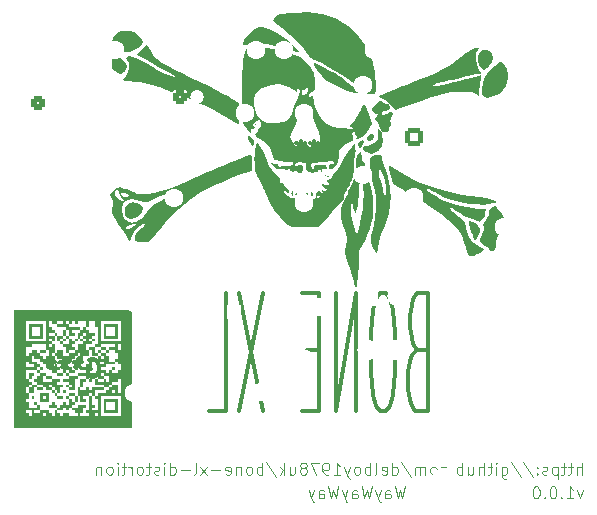
<source format=gbr>
%TF.GenerationSoftware,KiCad,Pcbnew,9.0.3*%
%TF.CreationDate,2025-07-26T23:46:39+02:00*%
%TF.ProjectId,bone_xl_distortion,626f6e65-5f78-46c5-9f64-6973746f7274,v1.0.0*%
%TF.SameCoordinates,Original*%
%TF.FileFunction,Legend,Bot*%
%TF.FilePolarity,Positive*%
%FSLAX46Y46*%
G04 Gerber Fmt 4.6, Leading zero omitted, Abs format (unit mm)*
G04 Created by KiCad (PCBNEW 9.0.3) date 2025-07-26 23:46:39*
%MOMM*%
%LPD*%
G01*
G04 APERTURE LIST*
G04 Aperture macros list*
%AMRoundRect*
0 Rectangle with rounded corners*
0 $1 Rounding radius*
0 $2 $3 $4 $5 $6 $7 $8 $9 X,Y pos of 4 corners*
0 Add a 4 corners polygon primitive as box body*
4,1,4,$2,$3,$4,$5,$6,$7,$8,$9,$2,$3,0*
0 Add four circle primitives for the rounded corners*
1,1,$1+$1,$2,$3*
1,1,$1+$1,$4,$5*
1,1,$1+$1,$6,$7*
1,1,$1+$1,$8,$9*
0 Add four rect primitives between the rounded corners*
20,1,$1+$1,$2,$3,$4,$5,0*
20,1,$1+$1,$4,$5,$6,$7,0*
20,1,$1+$1,$6,$7,$8,$9,0*
20,1,$1+$1,$8,$9,$2,$3,0*%
G04 Aperture macros list end*
%ADD10C,0.100000*%
%ADD11C,0.300000*%
%ADD12C,0.375000*%
%ADD13C,0.000000*%
%ADD14C,1.800000*%
%ADD15C,1.600000*%
%ADD16RoundRect,0.250000X-0.550000X-0.550000X0.550000X-0.550000X0.550000X0.550000X-0.550000X0.550000X0*%
%ADD17R,1.143000X1.143000*%
%ADD18C,1.143000*%
%ADD19R,1.800000X1.800000*%
%ADD20RoundRect,0.250000X-0.350000X-0.350000X0.350000X-0.350000X0.350000X0.350000X-0.350000X0.350000X0*%
%ADD21C,1.200000*%
%ADD22C,2.100000*%
G04 APERTURE END LIST*
D10*
X198642856Y-115290752D02*
X198404761Y-115957419D01*
X198404761Y-115957419D02*
X198166666Y-115290752D01*
X197261904Y-115957419D02*
X197833332Y-115957419D01*
X197547618Y-115957419D02*
X197547618Y-114957419D01*
X197547618Y-114957419D02*
X197642856Y-115100276D01*
X197642856Y-115100276D02*
X197738094Y-115195514D01*
X197738094Y-115195514D02*
X197833332Y-115243133D01*
X196833332Y-115862180D02*
X196785713Y-115909800D01*
X196785713Y-115909800D02*
X196833332Y-115957419D01*
X196833332Y-115957419D02*
X196880951Y-115909800D01*
X196880951Y-115909800D02*
X196833332Y-115862180D01*
X196833332Y-115862180D02*
X196833332Y-115957419D01*
X196166666Y-114957419D02*
X196071428Y-114957419D01*
X196071428Y-114957419D02*
X195976190Y-115005038D01*
X195976190Y-115005038D02*
X195928571Y-115052657D01*
X195928571Y-115052657D02*
X195880952Y-115147895D01*
X195880952Y-115147895D02*
X195833333Y-115338371D01*
X195833333Y-115338371D02*
X195833333Y-115576466D01*
X195833333Y-115576466D02*
X195880952Y-115766942D01*
X195880952Y-115766942D02*
X195928571Y-115862180D01*
X195928571Y-115862180D02*
X195976190Y-115909800D01*
X195976190Y-115909800D02*
X196071428Y-115957419D01*
X196071428Y-115957419D02*
X196166666Y-115957419D01*
X196166666Y-115957419D02*
X196261904Y-115909800D01*
X196261904Y-115909800D02*
X196309523Y-115862180D01*
X196309523Y-115862180D02*
X196357142Y-115766942D01*
X196357142Y-115766942D02*
X196404761Y-115576466D01*
X196404761Y-115576466D02*
X196404761Y-115338371D01*
X196404761Y-115338371D02*
X196357142Y-115147895D01*
X196357142Y-115147895D02*
X196309523Y-115052657D01*
X196309523Y-115052657D02*
X196261904Y-115005038D01*
X196261904Y-115005038D02*
X196166666Y-114957419D01*
X195404761Y-115862180D02*
X195357142Y-115909800D01*
X195357142Y-115909800D02*
X195404761Y-115957419D01*
X195404761Y-115957419D02*
X195452380Y-115909800D01*
X195452380Y-115909800D02*
X195404761Y-115862180D01*
X195404761Y-115862180D02*
X195404761Y-115957419D01*
X194738095Y-114957419D02*
X194642857Y-114957419D01*
X194642857Y-114957419D02*
X194547619Y-115005038D01*
X194547619Y-115005038D02*
X194500000Y-115052657D01*
X194500000Y-115052657D02*
X194452381Y-115147895D01*
X194452381Y-115147895D02*
X194404762Y-115338371D01*
X194404762Y-115338371D02*
X194404762Y-115576466D01*
X194404762Y-115576466D02*
X194452381Y-115766942D01*
X194452381Y-115766942D02*
X194500000Y-115862180D01*
X194500000Y-115862180D02*
X194547619Y-115909800D01*
X194547619Y-115909800D02*
X194642857Y-115957419D01*
X194642857Y-115957419D02*
X194738095Y-115957419D01*
X194738095Y-115957419D02*
X194833333Y-115909800D01*
X194833333Y-115909800D02*
X194880952Y-115862180D01*
X194880952Y-115862180D02*
X194928571Y-115766942D01*
X194928571Y-115766942D02*
X194976190Y-115576466D01*
X194976190Y-115576466D02*
X194976190Y-115338371D01*
X194976190Y-115338371D02*
X194928571Y-115147895D01*
X194928571Y-115147895D02*
X194880952Y-115052657D01*
X194880952Y-115052657D02*
X194833333Y-115005038D01*
X194833333Y-115005038D02*
X194738095Y-114957419D01*
X183571428Y-114957419D02*
X183333333Y-115957419D01*
X183333333Y-115957419D02*
X183142857Y-115243133D01*
X183142857Y-115243133D02*
X182952381Y-115957419D01*
X182952381Y-115957419D02*
X182714286Y-114957419D01*
X181904762Y-115957419D02*
X181904762Y-115433609D01*
X181904762Y-115433609D02*
X181952381Y-115338371D01*
X181952381Y-115338371D02*
X182047619Y-115290752D01*
X182047619Y-115290752D02*
X182238095Y-115290752D01*
X182238095Y-115290752D02*
X182333333Y-115338371D01*
X181904762Y-115909800D02*
X182000000Y-115957419D01*
X182000000Y-115957419D02*
X182238095Y-115957419D01*
X182238095Y-115957419D02*
X182333333Y-115909800D01*
X182333333Y-115909800D02*
X182380952Y-115814561D01*
X182380952Y-115814561D02*
X182380952Y-115719323D01*
X182380952Y-115719323D02*
X182333333Y-115624085D01*
X182333333Y-115624085D02*
X182238095Y-115576466D01*
X182238095Y-115576466D02*
X182000000Y-115576466D01*
X182000000Y-115576466D02*
X181904762Y-115528847D01*
X181523809Y-115290752D02*
X181285714Y-115957419D01*
X181047619Y-115290752D02*
X181285714Y-115957419D01*
X181285714Y-115957419D02*
X181380952Y-116195514D01*
X181380952Y-116195514D02*
X181428571Y-116243133D01*
X181428571Y-116243133D02*
X181523809Y-116290752D01*
X180761904Y-114957419D02*
X180523809Y-115957419D01*
X180523809Y-115957419D02*
X180333333Y-115243133D01*
X180333333Y-115243133D02*
X180142857Y-115957419D01*
X180142857Y-115957419D02*
X179904762Y-114957419D01*
X179095238Y-115957419D02*
X179095238Y-115433609D01*
X179095238Y-115433609D02*
X179142857Y-115338371D01*
X179142857Y-115338371D02*
X179238095Y-115290752D01*
X179238095Y-115290752D02*
X179428571Y-115290752D01*
X179428571Y-115290752D02*
X179523809Y-115338371D01*
X179095238Y-115909800D02*
X179190476Y-115957419D01*
X179190476Y-115957419D02*
X179428571Y-115957419D01*
X179428571Y-115957419D02*
X179523809Y-115909800D01*
X179523809Y-115909800D02*
X179571428Y-115814561D01*
X179571428Y-115814561D02*
X179571428Y-115719323D01*
X179571428Y-115719323D02*
X179523809Y-115624085D01*
X179523809Y-115624085D02*
X179428571Y-115576466D01*
X179428571Y-115576466D02*
X179190476Y-115576466D01*
X179190476Y-115576466D02*
X179095238Y-115528847D01*
X178714285Y-115290752D02*
X178476190Y-115957419D01*
X178238095Y-115290752D02*
X178476190Y-115957419D01*
X178476190Y-115957419D02*
X178571428Y-116195514D01*
X178571428Y-116195514D02*
X178619047Y-116243133D01*
X178619047Y-116243133D02*
X178714285Y-116290752D01*
X177952380Y-114957419D02*
X177714285Y-115957419D01*
X177714285Y-115957419D02*
X177523809Y-115243133D01*
X177523809Y-115243133D02*
X177333333Y-115957419D01*
X177333333Y-115957419D02*
X177095238Y-114957419D01*
X176285714Y-115957419D02*
X176285714Y-115433609D01*
X176285714Y-115433609D02*
X176333333Y-115338371D01*
X176333333Y-115338371D02*
X176428571Y-115290752D01*
X176428571Y-115290752D02*
X176619047Y-115290752D01*
X176619047Y-115290752D02*
X176714285Y-115338371D01*
X176285714Y-115909800D02*
X176380952Y-115957419D01*
X176380952Y-115957419D02*
X176619047Y-115957419D01*
X176619047Y-115957419D02*
X176714285Y-115909800D01*
X176714285Y-115909800D02*
X176761904Y-115814561D01*
X176761904Y-115814561D02*
X176761904Y-115719323D01*
X176761904Y-115719323D02*
X176714285Y-115624085D01*
X176714285Y-115624085D02*
X176619047Y-115576466D01*
X176619047Y-115576466D02*
X176380952Y-115576466D01*
X176380952Y-115576466D02*
X176285714Y-115528847D01*
X175904761Y-115290752D02*
X175666666Y-115957419D01*
X175428571Y-115290752D02*
X175666666Y-115957419D01*
X175666666Y-115957419D02*
X175761904Y-116195514D01*
X175761904Y-116195514D02*
X175809523Y-116243133D01*
X175809523Y-116243133D02*
X175904761Y-116290752D01*
D11*
X176821427Y-85749757D02*
X176964285Y-85678328D01*
X176964285Y-85678328D02*
X177178570Y-85678328D01*
X177178570Y-85678328D02*
X177392856Y-85749757D01*
X177392856Y-85749757D02*
X177535713Y-85892614D01*
X177535713Y-85892614D02*
X177607142Y-86035471D01*
X177607142Y-86035471D02*
X177678570Y-86321185D01*
X177678570Y-86321185D02*
X177678570Y-86535471D01*
X177678570Y-86535471D02*
X177607142Y-86821185D01*
X177607142Y-86821185D02*
X177535713Y-86964042D01*
X177535713Y-86964042D02*
X177392856Y-87106900D01*
X177392856Y-87106900D02*
X177178570Y-87178328D01*
X177178570Y-87178328D02*
X177035713Y-87178328D01*
X177035713Y-87178328D02*
X176821427Y-87106900D01*
X176821427Y-87106900D02*
X176749999Y-87035471D01*
X176749999Y-87035471D02*
X176749999Y-86535471D01*
X176749999Y-86535471D02*
X177035713Y-86535471D01*
X175892856Y-85678328D02*
X175892856Y-86035471D01*
X176249999Y-85892614D02*
X175892856Y-86035471D01*
X175892856Y-86035471D02*
X175535713Y-85892614D01*
X176107142Y-86321185D02*
X175892856Y-86035471D01*
X175892856Y-86035471D02*
X175678570Y-86321185D01*
X174749999Y-85678328D02*
X174749999Y-86035471D01*
X175107142Y-85892614D02*
X174749999Y-86035471D01*
X174749999Y-86035471D02*
X174392856Y-85892614D01*
X174964285Y-86321185D02*
X174749999Y-86035471D01*
X174749999Y-86035471D02*
X174535713Y-86321185D01*
X173607142Y-85678328D02*
X173607142Y-86035471D01*
X173964285Y-85892614D02*
X173607142Y-86035471D01*
X173607142Y-86035471D02*
X173249999Y-85892614D01*
X173821428Y-86321185D02*
X173607142Y-86035471D01*
X173607142Y-86035471D02*
X173392856Y-86321185D01*
X156821427Y-104249757D02*
X156964285Y-104178328D01*
X156964285Y-104178328D02*
X157178570Y-104178328D01*
X157178570Y-104178328D02*
X157392856Y-104249757D01*
X157392856Y-104249757D02*
X157535713Y-104392614D01*
X157535713Y-104392614D02*
X157607142Y-104535471D01*
X157607142Y-104535471D02*
X157678570Y-104821185D01*
X157678570Y-104821185D02*
X157678570Y-105035471D01*
X157678570Y-105035471D02*
X157607142Y-105321185D01*
X157607142Y-105321185D02*
X157535713Y-105464042D01*
X157535713Y-105464042D02*
X157392856Y-105606900D01*
X157392856Y-105606900D02*
X157178570Y-105678328D01*
X157178570Y-105678328D02*
X157035713Y-105678328D01*
X157035713Y-105678328D02*
X156821427Y-105606900D01*
X156821427Y-105606900D02*
X156749999Y-105535471D01*
X156749999Y-105535471D02*
X156749999Y-105035471D01*
X156749999Y-105035471D02*
X157035713Y-105035471D01*
X155892856Y-104178328D02*
X155892856Y-104535471D01*
X156249999Y-104392614D02*
X155892856Y-104535471D01*
X155892856Y-104535471D02*
X155535713Y-104392614D01*
X156107142Y-104821185D02*
X155892856Y-104535471D01*
X155892856Y-104535471D02*
X155678570Y-104821185D01*
X154749999Y-104178328D02*
X154749999Y-104535471D01*
X155107142Y-104392614D02*
X154749999Y-104535471D01*
X154749999Y-104535471D02*
X154392856Y-104392614D01*
X154964285Y-104821185D02*
X154749999Y-104535471D01*
X154749999Y-104535471D02*
X154535713Y-104821185D01*
X153607142Y-104178328D02*
X153607142Y-104535471D01*
X153964285Y-104392614D02*
X153607142Y-104535471D01*
X153607142Y-104535471D02*
X153249999Y-104392614D01*
X153821428Y-104821185D02*
X153607142Y-104535471D01*
X153607142Y-104535471D02*
X153392856Y-104821185D01*
D12*
X184571428Y-103368595D02*
X184142856Y-103844785D01*
X184142856Y-103844785D02*
X183999999Y-104320976D01*
X183999999Y-104320976D02*
X183857142Y-105273357D01*
X183857142Y-105273357D02*
X183857142Y-106701928D01*
X183857142Y-106701928D02*
X183999999Y-107654309D01*
X183999999Y-107654309D02*
X184142856Y-108130500D01*
X184142856Y-108130500D02*
X184428571Y-108606690D01*
X184428571Y-108606690D02*
X185571428Y-108606690D01*
X185571428Y-108606690D02*
X185571428Y-98606690D01*
X185571428Y-98606690D02*
X184571428Y-98606690D01*
X184571428Y-98606690D02*
X184285714Y-99082880D01*
X184285714Y-99082880D02*
X184142856Y-99559071D01*
X184142856Y-99559071D02*
X183999999Y-100511452D01*
X183999999Y-100511452D02*
X183999999Y-101463833D01*
X183999999Y-101463833D02*
X184142856Y-102416214D01*
X184142856Y-102416214D02*
X184285714Y-102892404D01*
X184285714Y-102892404D02*
X184571428Y-103368595D01*
X184571428Y-103368595D02*
X185571428Y-103368595D01*
X181999999Y-98606690D02*
X181428571Y-98606690D01*
X181428571Y-98606690D02*
X181142856Y-99082880D01*
X181142856Y-99082880D02*
X180857142Y-100035261D01*
X180857142Y-100035261D02*
X180714285Y-101940023D01*
X180714285Y-101940023D02*
X180714285Y-105273357D01*
X180714285Y-105273357D02*
X180857142Y-107178119D01*
X180857142Y-107178119D02*
X181142856Y-108130500D01*
X181142856Y-108130500D02*
X181428571Y-108606690D01*
X181428571Y-108606690D02*
X181999999Y-108606690D01*
X181999999Y-108606690D02*
X182285714Y-108130500D01*
X182285714Y-108130500D02*
X182571428Y-107178119D01*
X182571428Y-107178119D02*
X182714285Y-105273357D01*
X182714285Y-105273357D02*
X182714285Y-101940023D01*
X182714285Y-101940023D02*
X182571428Y-100035261D01*
X182571428Y-100035261D02*
X182285714Y-99082880D01*
X182285714Y-99082880D02*
X181999999Y-98606690D01*
X179428571Y-108606690D02*
X179428571Y-98606690D01*
X179428571Y-98606690D02*
X177714285Y-108606690D01*
X177714285Y-108606690D02*
X177714285Y-98606690D01*
X176285714Y-103368595D02*
X175285714Y-103368595D01*
X174857142Y-108606690D02*
X176285714Y-108606690D01*
X176285714Y-108606690D02*
X176285714Y-98606690D01*
X176285714Y-98606690D02*
X174857142Y-98606690D01*
X171571428Y-98606690D02*
X169571428Y-108606690D01*
X169571428Y-98606690D02*
X171571428Y-108606690D01*
X166999999Y-108606690D02*
X168428571Y-108606690D01*
X168428571Y-108606690D02*
X168428571Y-98606690D01*
D10*
X198547620Y-113957419D02*
X198547620Y-112957419D01*
X198119049Y-113957419D02*
X198119049Y-113433609D01*
X198119049Y-113433609D02*
X198166668Y-113338371D01*
X198166668Y-113338371D02*
X198261906Y-113290752D01*
X198261906Y-113290752D02*
X198404763Y-113290752D01*
X198404763Y-113290752D02*
X198500001Y-113338371D01*
X198500001Y-113338371D02*
X198547620Y-113385990D01*
X197785715Y-113290752D02*
X197404763Y-113290752D01*
X197642858Y-112957419D02*
X197642858Y-113814561D01*
X197642858Y-113814561D02*
X197595239Y-113909800D01*
X197595239Y-113909800D02*
X197500001Y-113957419D01*
X197500001Y-113957419D02*
X197404763Y-113957419D01*
X197214286Y-113290752D02*
X196833334Y-113290752D01*
X197071429Y-112957419D02*
X197071429Y-113814561D01*
X197071429Y-113814561D02*
X197023810Y-113909800D01*
X197023810Y-113909800D02*
X196928572Y-113957419D01*
X196928572Y-113957419D02*
X196833334Y-113957419D01*
X196500000Y-113290752D02*
X196500000Y-114290752D01*
X196500000Y-113338371D02*
X196404762Y-113290752D01*
X196404762Y-113290752D02*
X196214286Y-113290752D01*
X196214286Y-113290752D02*
X196119048Y-113338371D01*
X196119048Y-113338371D02*
X196071429Y-113385990D01*
X196071429Y-113385990D02*
X196023810Y-113481228D01*
X196023810Y-113481228D02*
X196023810Y-113766942D01*
X196023810Y-113766942D02*
X196071429Y-113862180D01*
X196071429Y-113862180D02*
X196119048Y-113909800D01*
X196119048Y-113909800D02*
X196214286Y-113957419D01*
X196214286Y-113957419D02*
X196404762Y-113957419D01*
X196404762Y-113957419D02*
X196500000Y-113909800D01*
X195642857Y-113909800D02*
X195547619Y-113957419D01*
X195547619Y-113957419D02*
X195357143Y-113957419D01*
X195357143Y-113957419D02*
X195261905Y-113909800D01*
X195261905Y-113909800D02*
X195214286Y-113814561D01*
X195214286Y-113814561D02*
X195214286Y-113766942D01*
X195214286Y-113766942D02*
X195261905Y-113671704D01*
X195261905Y-113671704D02*
X195357143Y-113624085D01*
X195357143Y-113624085D02*
X195500000Y-113624085D01*
X195500000Y-113624085D02*
X195595238Y-113576466D01*
X195595238Y-113576466D02*
X195642857Y-113481228D01*
X195642857Y-113481228D02*
X195642857Y-113433609D01*
X195642857Y-113433609D02*
X195595238Y-113338371D01*
X195595238Y-113338371D02*
X195500000Y-113290752D01*
X195500000Y-113290752D02*
X195357143Y-113290752D01*
X195357143Y-113290752D02*
X195261905Y-113338371D01*
X194785714Y-113862180D02*
X194738095Y-113909800D01*
X194738095Y-113909800D02*
X194785714Y-113957419D01*
X194785714Y-113957419D02*
X194833333Y-113909800D01*
X194833333Y-113909800D02*
X194785714Y-113862180D01*
X194785714Y-113862180D02*
X194785714Y-113957419D01*
X194785714Y-113338371D02*
X194738095Y-113385990D01*
X194738095Y-113385990D02*
X194785714Y-113433609D01*
X194785714Y-113433609D02*
X194833333Y-113385990D01*
X194833333Y-113385990D02*
X194785714Y-113338371D01*
X194785714Y-113338371D02*
X194785714Y-113433609D01*
X193595239Y-112909800D02*
X194452381Y-114195514D01*
X192547620Y-112909800D02*
X193404762Y-114195514D01*
X191785715Y-113290752D02*
X191785715Y-114100276D01*
X191785715Y-114100276D02*
X191833334Y-114195514D01*
X191833334Y-114195514D02*
X191880953Y-114243133D01*
X191880953Y-114243133D02*
X191976191Y-114290752D01*
X191976191Y-114290752D02*
X192119048Y-114290752D01*
X192119048Y-114290752D02*
X192214286Y-114243133D01*
X191785715Y-113909800D02*
X191880953Y-113957419D01*
X191880953Y-113957419D02*
X192071429Y-113957419D01*
X192071429Y-113957419D02*
X192166667Y-113909800D01*
X192166667Y-113909800D02*
X192214286Y-113862180D01*
X192214286Y-113862180D02*
X192261905Y-113766942D01*
X192261905Y-113766942D02*
X192261905Y-113481228D01*
X192261905Y-113481228D02*
X192214286Y-113385990D01*
X192214286Y-113385990D02*
X192166667Y-113338371D01*
X192166667Y-113338371D02*
X192071429Y-113290752D01*
X192071429Y-113290752D02*
X191880953Y-113290752D01*
X191880953Y-113290752D02*
X191785715Y-113338371D01*
X191309524Y-113957419D02*
X191309524Y-113290752D01*
X191309524Y-112957419D02*
X191357143Y-113005038D01*
X191357143Y-113005038D02*
X191309524Y-113052657D01*
X191309524Y-113052657D02*
X191261905Y-113005038D01*
X191261905Y-113005038D02*
X191309524Y-112957419D01*
X191309524Y-112957419D02*
X191309524Y-113052657D01*
X190976191Y-113290752D02*
X190595239Y-113290752D01*
X190833334Y-112957419D02*
X190833334Y-113814561D01*
X190833334Y-113814561D02*
X190785715Y-113909800D01*
X190785715Y-113909800D02*
X190690477Y-113957419D01*
X190690477Y-113957419D02*
X190595239Y-113957419D01*
X190261905Y-113957419D02*
X190261905Y-112957419D01*
X189833334Y-113957419D02*
X189833334Y-113433609D01*
X189833334Y-113433609D02*
X189880953Y-113338371D01*
X189880953Y-113338371D02*
X189976191Y-113290752D01*
X189976191Y-113290752D02*
X190119048Y-113290752D01*
X190119048Y-113290752D02*
X190214286Y-113338371D01*
X190214286Y-113338371D02*
X190261905Y-113385990D01*
X188928572Y-113290752D02*
X188928572Y-113957419D01*
X189357143Y-113290752D02*
X189357143Y-113814561D01*
X189357143Y-113814561D02*
X189309524Y-113909800D01*
X189309524Y-113909800D02*
X189214286Y-113957419D01*
X189214286Y-113957419D02*
X189071429Y-113957419D01*
X189071429Y-113957419D02*
X188976191Y-113909800D01*
X188976191Y-113909800D02*
X188928572Y-113862180D01*
X188452381Y-113957419D02*
X188452381Y-112957419D01*
X188452381Y-113338371D02*
X188357143Y-113290752D01*
X188357143Y-113290752D02*
X188166667Y-113290752D01*
X188166667Y-113290752D02*
X188071429Y-113338371D01*
X188071429Y-113338371D02*
X188023810Y-113385990D01*
X188023810Y-113385990D02*
X187976191Y-113481228D01*
X187976191Y-113481228D02*
X187976191Y-113766942D01*
X187976191Y-113766942D02*
X188023810Y-113862180D01*
X188023810Y-113862180D02*
X188071429Y-113909800D01*
X188071429Y-113909800D02*
X188166667Y-113957419D01*
X188166667Y-113957419D02*
X188357143Y-113957419D01*
X188357143Y-113957419D02*
X188452381Y-113909800D01*
X187547619Y-113862180D02*
X187500000Y-113909800D01*
X187500000Y-113909800D02*
X187547619Y-113957419D01*
X187547619Y-113957419D02*
X187595238Y-113909800D01*
X187595238Y-113909800D02*
X187547619Y-113862180D01*
X187547619Y-113862180D02*
X187547619Y-113957419D01*
X186642858Y-113909800D02*
X186738096Y-113957419D01*
X186738096Y-113957419D02*
X186928572Y-113957419D01*
X186928572Y-113957419D02*
X187023810Y-113909800D01*
X187023810Y-113909800D02*
X187071429Y-113862180D01*
X187071429Y-113862180D02*
X187119048Y-113766942D01*
X187119048Y-113766942D02*
X187119048Y-113481228D01*
X187119048Y-113481228D02*
X187071429Y-113385990D01*
X187071429Y-113385990D02*
X187023810Y-113338371D01*
X187023810Y-113338371D02*
X186928572Y-113290752D01*
X186928572Y-113290752D02*
X186738096Y-113290752D01*
X186738096Y-113290752D02*
X186642858Y-113338371D01*
X186071429Y-113957419D02*
X186166667Y-113909800D01*
X186166667Y-113909800D02*
X186214286Y-113862180D01*
X186214286Y-113862180D02*
X186261905Y-113766942D01*
X186261905Y-113766942D02*
X186261905Y-113481228D01*
X186261905Y-113481228D02*
X186214286Y-113385990D01*
X186214286Y-113385990D02*
X186166667Y-113338371D01*
X186166667Y-113338371D02*
X186071429Y-113290752D01*
X186071429Y-113290752D02*
X185928572Y-113290752D01*
X185928572Y-113290752D02*
X185833334Y-113338371D01*
X185833334Y-113338371D02*
X185785715Y-113385990D01*
X185785715Y-113385990D02*
X185738096Y-113481228D01*
X185738096Y-113481228D02*
X185738096Y-113766942D01*
X185738096Y-113766942D02*
X185785715Y-113862180D01*
X185785715Y-113862180D02*
X185833334Y-113909800D01*
X185833334Y-113909800D02*
X185928572Y-113957419D01*
X185928572Y-113957419D02*
X186071429Y-113957419D01*
X185309524Y-113957419D02*
X185309524Y-113290752D01*
X185309524Y-113385990D02*
X185261905Y-113338371D01*
X185261905Y-113338371D02*
X185166667Y-113290752D01*
X185166667Y-113290752D02*
X185023810Y-113290752D01*
X185023810Y-113290752D02*
X184928572Y-113338371D01*
X184928572Y-113338371D02*
X184880953Y-113433609D01*
X184880953Y-113433609D02*
X184880953Y-113957419D01*
X184880953Y-113433609D02*
X184833334Y-113338371D01*
X184833334Y-113338371D02*
X184738096Y-113290752D01*
X184738096Y-113290752D02*
X184595239Y-113290752D01*
X184595239Y-113290752D02*
X184500000Y-113338371D01*
X184500000Y-113338371D02*
X184452381Y-113433609D01*
X184452381Y-113433609D02*
X184452381Y-113957419D01*
X183261906Y-112909800D02*
X184119048Y-114195514D01*
X182500001Y-113957419D02*
X182500001Y-112957419D01*
X182500001Y-113909800D02*
X182595239Y-113957419D01*
X182595239Y-113957419D02*
X182785715Y-113957419D01*
X182785715Y-113957419D02*
X182880953Y-113909800D01*
X182880953Y-113909800D02*
X182928572Y-113862180D01*
X182928572Y-113862180D02*
X182976191Y-113766942D01*
X182976191Y-113766942D02*
X182976191Y-113481228D01*
X182976191Y-113481228D02*
X182928572Y-113385990D01*
X182928572Y-113385990D02*
X182880953Y-113338371D01*
X182880953Y-113338371D02*
X182785715Y-113290752D01*
X182785715Y-113290752D02*
X182595239Y-113290752D01*
X182595239Y-113290752D02*
X182500001Y-113338371D01*
X181642858Y-113909800D02*
X181738096Y-113957419D01*
X181738096Y-113957419D02*
X181928572Y-113957419D01*
X181928572Y-113957419D02*
X182023810Y-113909800D01*
X182023810Y-113909800D02*
X182071429Y-113814561D01*
X182071429Y-113814561D02*
X182071429Y-113433609D01*
X182071429Y-113433609D02*
X182023810Y-113338371D01*
X182023810Y-113338371D02*
X181928572Y-113290752D01*
X181928572Y-113290752D02*
X181738096Y-113290752D01*
X181738096Y-113290752D02*
X181642858Y-113338371D01*
X181642858Y-113338371D02*
X181595239Y-113433609D01*
X181595239Y-113433609D02*
X181595239Y-113528847D01*
X181595239Y-113528847D02*
X182071429Y-113624085D01*
X181023810Y-113957419D02*
X181119048Y-113909800D01*
X181119048Y-113909800D02*
X181166667Y-113814561D01*
X181166667Y-113814561D02*
X181166667Y-112957419D01*
X180642857Y-113957419D02*
X180642857Y-112957419D01*
X180642857Y-113338371D02*
X180547619Y-113290752D01*
X180547619Y-113290752D02*
X180357143Y-113290752D01*
X180357143Y-113290752D02*
X180261905Y-113338371D01*
X180261905Y-113338371D02*
X180214286Y-113385990D01*
X180214286Y-113385990D02*
X180166667Y-113481228D01*
X180166667Y-113481228D02*
X180166667Y-113766942D01*
X180166667Y-113766942D02*
X180214286Y-113862180D01*
X180214286Y-113862180D02*
X180261905Y-113909800D01*
X180261905Y-113909800D02*
X180357143Y-113957419D01*
X180357143Y-113957419D02*
X180547619Y-113957419D01*
X180547619Y-113957419D02*
X180642857Y-113909800D01*
X179595238Y-113957419D02*
X179690476Y-113909800D01*
X179690476Y-113909800D02*
X179738095Y-113862180D01*
X179738095Y-113862180D02*
X179785714Y-113766942D01*
X179785714Y-113766942D02*
X179785714Y-113481228D01*
X179785714Y-113481228D02*
X179738095Y-113385990D01*
X179738095Y-113385990D02*
X179690476Y-113338371D01*
X179690476Y-113338371D02*
X179595238Y-113290752D01*
X179595238Y-113290752D02*
X179452381Y-113290752D01*
X179452381Y-113290752D02*
X179357143Y-113338371D01*
X179357143Y-113338371D02*
X179309524Y-113385990D01*
X179309524Y-113385990D02*
X179261905Y-113481228D01*
X179261905Y-113481228D02*
X179261905Y-113766942D01*
X179261905Y-113766942D02*
X179309524Y-113862180D01*
X179309524Y-113862180D02*
X179357143Y-113909800D01*
X179357143Y-113909800D02*
X179452381Y-113957419D01*
X179452381Y-113957419D02*
X179595238Y-113957419D01*
X178928571Y-113290752D02*
X178690476Y-113957419D01*
X178452381Y-113290752D02*
X178690476Y-113957419D01*
X178690476Y-113957419D02*
X178785714Y-114195514D01*
X178785714Y-114195514D02*
X178833333Y-114243133D01*
X178833333Y-114243133D02*
X178928571Y-114290752D01*
X177547619Y-113957419D02*
X178119047Y-113957419D01*
X177833333Y-113957419D02*
X177833333Y-112957419D01*
X177833333Y-112957419D02*
X177928571Y-113100276D01*
X177928571Y-113100276D02*
X178023809Y-113195514D01*
X178023809Y-113195514D02*
X178119047Y-113243133D01*
X177071428Y-113957419D02*
X176880952Y-113957419D01*
X176880952Y-113957419D02*
X176785714Y-113909800D01*
X176785714Y-113909800D02*
X176738095Y-113862180D01*
X176738095Y-113862180D02*
X176642857Y-113719323D01*
X176642857Y-113719323D02*
X176595238Y-113528847D01*
X176595238Y-113528847D02*
X176595238Y-113147895D01*
X176595238Y-113147895D02*
X176642857Y-113052657D01*
X176642857Y-113052657D02*
X176690476Y-113005038D01*
X176690476Y-113005038D02*
X176785714Y-112957419D01*
X176785714Y-112957419D02*
X176976190Y-112957419D01*
X176976190Y-112957419D02*
X177071428Y-113005038D01*
X177071428Y-113005038D02*
X177119047Y-113052657D01*
X177119047Y-113052657D02*
X177166666Y-113147895D01*
X177166666Y-113147895D02*
X177166666Y-113385990D01*
X177166666Y-113385990D02*
X177119047Y-113481228D01*
X177119047Y-113481228D02*
X177071428Y-113528847D01*
X177071428Y-113528847D02*
X176976190Y-113576466D01*
X176976190Y-113576466D02*
X176785714Y-113576466D01*
X176785714Y-113576466D02*
X176690476Y-113528847D01*
X176690476Y-113528847D02*
X176642857Y-113481228D01*
X176642857Y-113481228D02*
X176595238Y-113385990D01*
X176261904Y-112957419D02*
X175595238Y-112957419D01*
X175595238Y-112957419D02*
X176023809Y-113957419D01*
X175071428Y-113385990D02*
X175166666Y-113338371D01*
X175166666Y-113338371D02*
X175214285Y-113290752D01*
X175214285Y-113290752D02*
X175261904Y-113195514D01*
X175261904Y-113195514D02*
X175261904Y-113147895D01*
X175261904Y-113147895D02*
X175214285Y-113052657D01*
X175214285Y-113052657D02*
X175166666Y-113005038D01*
X175166666Y-113005038D02*
X175071428Y-112957419D01*
X175071428Y-112957419D02*
X174880952Y-112957419D01*
X174880952Y-112957419D02*
X174785714Y-113005038D01*
X174785714Y-113005038D02*
X174738095Y-113052657D01*
X174738095Y-113052657D02*
X174690476Y-113147895D01*
X174690476Y-113147895D02*
X174690476Y-113195514D01*
X174690476Y-113195514D02*
X174738095Y-113290752D01*
X174738095Y-113290752D02*
X174785714Y-113338371D01*
X174785714Y-113338371D02*
X174880952Y-113385990D01*
X174880952Y-113385990D02*
X175071428Y-113385990D01*
X175071428Y-113385990D02*
X175166666Y-113433609D01*
X175166666Y-113433609D02*
X175214285Y-113481228D01*
X175214285Y-113481228D02*
X175261904Y-113576466D01*
X175261904Y-113576466D02*
X175261904Y-113766942D01*
X175261904Y-113766942D02*
X175214285Y-113862180D01*
X175214285Y-113862180D02*
X175166666Y-113909800D01*
X175166666Y-113909800D02*
X175071428Y-113957419D01*
X175071428Y-113957419D02*
X174880952Y-113957419D01*
X174880952Y-113957419D02*
X174785714Y-113909800D01*
X174785714Y-113909800D02*
X174738095Y-113862180D01*
X174738095Y-113862180D02*
X174690476Y-113766942D01*
X174690476Y-113766942D02*
X174690476Y-113576466D01*
X174690476Y-113576466D02*
X174738095Y-113481228D01*
X174738095Y-113481228D02*
X174785714Y-113433609D01*
X174785714Y-113433609D02*
X174880952Y-113385990D01*
X173833333Y-113290752D02*
X173833333Y-113957419D01*
X174261904Y-113290752D02*
X174261904Y-113814561D01*
X174261904Y-113814561D02*
X174214285Y-113909800D01*
X174214285Y-113909800D02*
X174119047Y-113957419D01*
X174119047Y-113957419D02*
X173976190Y-113957419D01*
X173976190Y-113957419D02*
X173880952Y-113909800D01*
X173880952Y-113909800D02*
X173833333Y-113862180D01*
X173357142Y-113957419D02*
X173357142Y-112957419D01*
X173261904Y-113576466D02*
X172976190Y-113957419D01*
X172976190Y-113290752D02*
X173357142Y-113671704D01*
X171833333Y-112909800D02*
X172690475Y-114195514D01*
X171499999Y-113957419D02*
X171499999Y-112957419D01*
X171499999Y-113338371D02*
X171404761Y-113290752D01*
X171404761Y-113290752D02*
X171214285Y-113290752D01*
X171214285Y-113290752D02*
X171119047Y-113338371D01*
X171119047Y-113338371D02*
X171071428Y-113385990D01*
X171071428Y-113385990D02*
X171023809Y-113481228D01*
X171023809Y-113481228D02*
X171023809Y-113766942D01*
X171023809Y-113766942D02*
X171071428Y-113862180D01*
X171071428Y-113862180D02*
X171119047Y-113909800D01*
X171119047Y-113909800D02*
X171214285Y-113957419D01*
X171214285Y-113957419D02*
X171404761Y-113957419D01*
X171404761Y-113957419D02*
X171499999Y-113909800D01*
X170452380Y-113957419D02*
X170547618Y-113909800D01*
X170547618Y-113909800D02*
X170595237Y-113862180D01*
X170595237Y-113862180D02*
X170642856Y-113766942D01*
X170642856Y-113766942D02*
X170642856Y-113481228D01*
X170642856Y-113481228D02*
X170595237Y-113385990D01*
X170595237Y-113385990D02*
X170547618Y-113338371D01*
X170547618Y-113338371D02*
X170452380Y-113290752D01*
X170452380Y-113290752D02*
X170309523Y-113290752D01*
X170309523Y-113290752D02*
X170214285Y-113338371D01*
X170214285Y-113338371D02*
X170166666Y-113385990D01*
X170166666Y-113385990D02*
X170119047Y-113481228D01*
X170119047Y-113481228D02*
X170119047Y-113766942D01*
X170119047Y-113766942D02*
X170166666Y-113862180D01*
X170166666Y-113862180D02*
X170214285Y-113909800D01*
X170214285Y-113909800D02*
X170309523Y-113957419D01*
X170309523Y-113957419D02*
X170452380Y-113957419D01*
X169690475Y-113290752D02*
X169690475Y-113957419D01*
X169690475Y-113385990D02*
X169642856Y-113338371D01*
X169642856Y-113338371D02*
X169547618Y-113290752D01*
X169547618Y-113290752D02*
X169404761Y-113290752D01*
X169404761Y-113290752D02*
X169309523Y-113338371D01*
X169309523Y-113338371D02*
X169261904Y-113433609D01*
X169261904Y-113433609D02*
X169261904Y-113957419D01*
X168404761Y-113909800D02*
X168499999Y-113957419D01*
X168499999Y-113957419D02*
X168690475Y-113957419D01*
X168690475Y-113957419D02*
X168785713Y-113909800D01*
X168785713Y-113909800D02*
X168833332Y-113814561D01*
X168833332Y-113814561D02*
X168833332Y-113433609D01*
X168833332Y-113433609D02*
X168785713Y-113338371D01*
X168785713Y-113338371D02*
X168690475Y-113290752D01*
X168690475Y-113290752D02*
X168499999Y-113290752D01*
X168499999Y-113290752D02*
X168404761Y-113338371D01*
X168404761Y-113338371D02*
X168357142Y-113433609D01*
X168357142Y-113433609D02*
X168357142Y-113528847D01*
X168357142Y-113528847D02*
X168833332Y-113624085D01*
X167928570Y-113576466D02*
X167166666Y-113576466D01*
X166785713Y-113957419D02*
X166261904Y-113290752D01*
X166785713Y-113290752D02*
X166261904Y-113957419D01*
X165738094Y-113957419D02*
X165833332Y-113909800D01*
X165833332Y-113909800D02*
X165880951Y-113814561D01*
X165880951Y-113814561D02*
X165880951Y-112957419D01*
X165357141Y-113576466D02*
X164595237Y-113576466D01*
X163690475Y-113957419D02*
X163690475Y-112957419D01*
X163690475Y-113909800D02*
X163785713Y-113957419D01*
X163785713Y-113957419D02*
X163976189Y-113957419D01*
X163976189Y-113957419D02*
X164071427Y-113909800D01*
X164071427Y-113909800D02*
X164119046Y-113862180D01*
X164119046Y-113862180D02*
X164166665Y-113766942D01*
X164166665Y-113766942D02*
X164166665Y-113481228D01*
X164166665Y-113481228D02*
X164119046Y-113385990D01*
X164119046Y-113385990D02*
X164071427Y-113338371D01*
X164071427Y-113338371D02*
X163976189Y-113290752D01*
X163976189Y-113290752D02*
X163785713Y-113290752D01*
X163785713Y-113290752D02*
X163690475Y-113338371D01*
X163214284Y-113957419D02*
X163214284Y-113290752D01*
X163214284Y-112957419D02*
X163261903Y-113005038D01*
X163261903Y-113005038D02*
X163214284Y-113052657D01*
X163214284Y-113052657D02*
X163166665Y-113005038D01*
X163166665Y-113005038D02*
X163214284Y-112957419D01*
X163214284Y-112957419D02*
X163214284Y-113052657D01*
X162785713Y-113909800D02*
X162690475Y-113957419D01*
X162690475Y-113957419D02*
X162499999Y-113957419D01*
X162499999Y-113957419D02*
X162404761Y-113909800D01*
X162404761Y-113909800D02*
X162357142Y-113814561D01*
X162357142Y-113814561D02*
X162357142Y-113766942D01*
X162357142Y-113766942D02*
X162404761Y-113671704D01*
X162404761Y-113671704D02*
X162499999Y-113624085D01*
X162499999Y-113624085D02*
X162642856Y-113624085D01*
X162642856Y-113624085D02*
X162738094Y-113576466D01*
X162738094Y-113576466D02*
X162785713Y-113481228D01*
X162785713Y-113481228D02*
X162785713Y-113433609D01*
X162785713Y-113433609D02*
X162738094Y-113338371D01*
X162738094Y-113338371D02*
X162642856Y-113290752D01*
X162642856Y-113290752D02*
X162499999Y-113290752D01*
X162499999Y-113290752D02*
X162404761Y-113338371D01*
X162071427Y-113290752D02*
X161690475Y-113290752D01*
X161928570Y-112957419D02*
X161928570Y-113814561D01*
X161928570Y-113814561D02*
X161880951Y-113909800D01*
X161880951Y-113909800D02*
X161785713Y-113957419D01*
X161785713Y-113957419D02*
X161690475Y-113957419D01*
X161214284Y-113957419D02*
X161309522Y-113909800D01*
X161309522Y-113909800D02*
X161357141Y-113862180D01*
X161357141Y-113862180D02*
X161404760Y-113766942D01*
X161404760Y-113766942D02*
X161404760Y-113481228D01*
X161404760Y-113481228D02*
X161357141Y-113385990D01*
X161357141Y-113385990D02*
X161309522Y-113338371D01*
X161309522Y-113338371D02*
X161214284Y-113290752D01*
X161214284Y-113290752D02*
X161071427Y-113290752D01*
X161071427Y-113290752D02*
X160976189Y-113338371D01*
X160976189Y-113338371D02*
X160928570Y-113385990D01*
X160928570Y-113385990D02*
X160880951Y-113481228D01*
X160880951Y-113481228D02*
X160880951Y-113766942D01*
X160880951Y-113766942D02*
X160928570Y-113862180D01*
X160928570Y-113862180D02*
X160976189Y-113909800D01*
X160976189Y-113909800D02*
X161071427Y-113957419D01*
X161071427Y-113957419D02*
X161214284Y-113957419D01*
X160452379Y-113957419D02*
X160452379Y-113290752D01*
X160452379Y-113481228D02*
X160404760Y-113385990D01*
X160404760Y-113385990D02*
X160357141Y-113338371D01*
X160357141Y-113338371D02*
X160261903Y-113290752D01*
X160261903Y-113290752D02*
X160166665Y-113290752D01*
X159976188Y-113290752D02*
X159595236Y-113290752D01*
X159833331Y-112957419D02*
X159833331Y-113814561D01*
X159833331Y-113814561D02*
X159785712Y-113909800D01*
X159785712Y-113909800D02*
X159690474Y-113957419D01*
X159690474Y-113957419D02*
X159595236Y-113957419D01*
X159261902Y-113957419D02*
X159261902Y-113290752D01*
X159261902Y-112957419D02*
X159309521Y-113005038D01*
X159309521Y-113005038D02*
X159261902Y-113052657D01*
X159261902Y-113052657D02*
X159214283Y-113005038D01*
X159214283Y-113005038D02*
X159261902Y-112957419D01*
X159261902Y-112957419D02*
X159261902Y-113052657D01*
X158642855Y-113957419D02*
X158738093Y-113909800D01*
X158738093Y-113909800D02*
X158785712Y-113862180D01*
X158785712Y-113862180D02*
X158833331Y-113766942D01*
X158833331Y-113766942D02*
X158833331Y-113481228D01*
X158833331Y-113481228D02*
X158785712Y-113385990D01*
X158785712Y-113385990D02*
X158738093Y-113338371D01*
X158738093Y-113338371D02*
X158642855Y-113290752D01*
X158642855Y-113290752D02*
X158499998Y-113290752D01*
X158499998Y-113290752D02*
X158404760Y-113338371D01*
X158404760Y-113338371D02*
X158357141Y-113385990D01*
X158357141Y-113385990D02*
X158309522Y-113481228D01*
X158309522Y-113481228D02*
X158309522Y-113766942D01*
X158309522Y-113766942D02*
X158357141Y-113862180D01*
X158357141Y-113862180D02*
X158404760Y-113909800D01*
X158404760Y-113909800D02*
X158499998Y-113957419D01*
X158499998Y-113957419D02*
X158642855Y-113957419D01*
X157880950Y-113290752D02*
X157880950Y-113957419D01*
X157880950Y-113385990D02*
X157833331Y-113338371D01*
X157833331Y-113338371D02*
X157738093Y-113290752D01*
X157738093Y-113290752D02*
X157595236Y-113290752D01*
X157595236Y-113290752D02*
X157499998Y-113338371D01*
X157499998Y-113338371D02*
X157452379Y-113433609D01*
X157452379Y-113433609D02*
X157452379Y-113957419D01*
D13*
%TO.C,G\u002A\u002A\u002A*%
G36*
X176859198Y-88616666D02*
G01*
X176816723Y-88658999D01*
X176774248Y-88616666D01*
X176816723Y-88574333D01*
X176859198Y-88616666D01*
G37*
G36*
X170969343Y-84284555D02*
G01*
X170982633Y-84310021D01*
X170912710Y-84340999D01*
X170867737Y-84334889D01*
X170856076Y-84284555D01*
X170868527Y-84274422D01*
X170969343Y-84284555D01*
G37*
G36*
X174891939Y-90267666D02*
G01*
X174880097Y-90384135D01*
X174849091Y-90373499D01*
X174837871Y-90335175D01*
X174849091Y-90161833D01*
X174878589Y-90147470D01*
X174891939Y-90267666D01*
G37*
G36*
X177129976Y-88685829D02*
G01*
X177169296Y-88716304D01*
X177078652Y-88736982D01*
X176992490Y-88730995D01*
X176967155Y-88692513D01*
X176997209Y-88675735D01*
X177129976Y-88685829D01*
G37*
G36*
X174111724Y-89981551D02*
G01*
X174140803Y-90140666D01*
X174119712Y-90279876D01*
X174055853Y-90352333D01*
X173999983Y-90299781D01*
X173970904Y-90140666D01*
X173991995Y-90001455D01*
X174055853Y-89928999D01*
X174111724Y-89981551D01*
G37*
G36*
X174436250Y-90114487D02*
G01*
X174480603Y-90230329D01*
X174468378Y-90290805D01*
X174395653Y-90309999D01*
X174372453Y-90292670D01*
X174310703Y-90178002D01*
X174313134Y-90159100D01*
X174395653Y-90098333D01*
X174436250Y-90114487D01*
G37*
G36*
X175783285Y-90113359D02*
G01*
X175777974Y-90273345D01*
X175731082Y-90375898D01*
X175647245Y-90363619D01*
X175614201Y-90308637D01*
X175608927Y-90174789D01*
X175660618Y-90064595D01*
X175746275Y-90050717D01*
X175783285Y-90113359D01*
G37*
G36*
X175277689Y-90041317D02*
G01*
X175336472Y-90121616D01*
X175333942Y-90156504D01*
X175330101Y-90309999D01*
X175320517Y-90368423D01*
X175245151Y-90436999D01*
X175188424Y-90380736D01*
X175160201Y-90218277D01*
X175184462Y-90078258D01*
X175251522Y-90029894D01*
X175277689Y-90041317D01*
G37*
G36*
X170529156Y-85356317D02*
G01*
X170653352Y-85441558D01*
X170797920Y-85669851D01*
X170785285Y-85949666D01*
X170733786Y-86068908D01*
X170658092Y-86100565D01*
X170557126Y-85989822D01*
X170416052Y-85727762D01*
X170305041Y-85474641D01*
X170276723Y-85319147D01*
X170350348Y-85283250D01*
X170529156Y-85356317D01*
G37*
G36*
X180967265Y-85205316D02*
G01*
X181000612Y-85367823D01*
X180912143Y-85538802D01*
X180761219Y-85636292D01*
X180568389Y-85678036D01*
X180408701Y-85647528D01*
X180342141Y-85544200D01*
X180354843Y-85472413D01*
X180470654Y-85294203D01*
X180653339Y-85157779D01*
X180836359Y-85120222D01*
X180967265Y-85205316D01*
G37*
G36*
X180129148Y-85672924D02*
G01*
X180090661Y-85827290D01*
X179935210Y-86097833D01*
X179902217Y-86147158D01*
X179780562Y-86271540D01*
X179697376Y-86232262D01*
X179643352Y-86027067D01*
X179632485Y-85923970D01*
X179666769Y-85775425D01*
X179809140Y-85688401D01*
X179843794Y-85675588D01*
X180047812Y-85625451D01*
X180129148Y-85672924D01*
G37*
G36*
X190554810Y-78026839D02*
G01*
X190825993Y-78158740D01*
X190981215Y-78385078D01*
X191015321Y-78679687D01*
X190923153Y-79016399D01*
X190699553Y-79369050D01*
X190515258Y-79560959D01*
X190310117Y-79666819D01*
X190126824Y-79612664D01*
X189948401Y-79399172D01*
X189880791Y-79272281D01*
X189780373Y-78896333D01*
X189803892Y-78523209D01*
X189951215Y-78209552D01*
X190017283Y-78132545D01*
X190190049Y-78019568D01*
X190431237Y-78007634D01*
X190554810Y-78026839D01*
G37*
G36*
X160850643Y-90947356D02*
G01*
X161123525Y-91054145D01*
X161321781Y-91213936D01*
X161398328Y-91409894D01*
X161391408Y-91469293D01*
X161291488Y-91696249D01*
X161109940Y-91938020D01*
X160894627Y-92138217D01*
X160693410Y-92240447D01*
X160388185Y-92284343D01*
X160145139Y-92263758D01*
X159996567Y-92152737D01*
X159909092Y-91938428D01*
X159889208Y-91843039D01*
X159888570Y-91484156D01*
X160000883Y-91183677D01*
X160212107Y-90985747D01*
X160269319Y-90960118D01*
X160550214Y-90910402D01*
X160850643Y-90947356D01*
G37*
G36*
X189105588Y-92494799D02*
G01*
X189308756Y-92576637D01*
X189535669Y-92694971D01*
X189732574Y-92825518D01*
X189796685Y-92882219D01*
X189920777Y-93099022D01*
X189909306Y-93376540D01*
X189762995Y-93736392D01*
X189646452Y-93940950D01*
X189538188Y-94055853D01*
X189450889Y-94021934D01*
X189363799Y-93844833D01*
X189306997Y-93689422D01*
X189203455Y-93381151D01*
X189105455Y-93063701D01*
X189025294Y-92779442D01*
X188975271Y-92570747D01*
X188967683Y-92479987D01*
X188979916Y-92473738D01*
X189105588Y-92494799D01*
G37*
G36*
X159295943Y-78527083D02*
G01*
X159310621Y-78533393D01*
X159564655Y-78696253D01*
X159799502Y-78929922D01*
X159972036Y-79183413D01*
X160039131Y-79405740D01*
X160039115Y-79408073D01*
X159986624Y-79593863D01*
X159863066Y-79799914D01*
X159791843Y-79878755D01*
X159553763Y-80009061D01*
X159291018Y-79974555D01*
X159013198Y-79775512D01*
X158914259Y-79669684D01*
X158817629Y-79513894D01*
X158774659Y-79315292D01*
X158764884Y-79010855D01*
X158766395Y-78885059D01*
X158796157Y-78602222D01*
X158880227Y-78461133D01*
X159039768Y-78442513D01*
X159295943Y-78527083D01*
G37*
G36*
X160323020Y-76411250D02*
G01*
X160661712Y-76497820D01*
X160672086Y-76502233D01*
X160924345Y-76658450D01*
X161158570Y-76880162D01*
X161331114Y-77118403D01*
X161398328Y-77324205D01*
X161357321Y-77460019D01*
X161197800Y-77670812D01*
X160956826Y-77878370D01*
X160676255Y-78041134D01*
X160328709Y-78139251D01*
X159909784Y-78156033D01*
X159499023Y-78086989D01*
X159146780Y-77941040D01*
X158903411Y-77727104D01*
X158867433Y-77669907D01*
X158779509Y-77358980D01*
X158827118Y-77030705D01*
X158995977Y-76732246D01*
X159271802Y-76510766D01*
X159540808Y-76424855D01*
X159924216Y-76387163D01*
X160323020Y-76411250D01*
G37*
G36*
X191813964Y-79050470D02*
G01*
X191923050Y-79115674D01*
X192080483Y-79332958D01*
X192201162Y-79650016D01*
X192274620Y-80024297D01*
X192290389Y-80413248D01*
X192238003Y-80774318D01*
X192133435Y-81029223D01*
X191869774Y-81392920D01*
X191516492Y-81702535D01*
X191120151Y-81910732D01*
X191046351Y-81936028D01*
X190648011Y-82035975D01*
X190370118Y-82022327D01*
X190200760Y-81886633D01*
X190128026Y-81620442D01*
X190140004Y-81215301D01*
X190186928Y-80877023D01*
X190306827Y-80435574D01*
X190505632Y-80060675D01*
X190810113Y-79691452D01*
X190849101Y-79650491D01*
X191178082Y-79327788D01*
X191434250Y-79129349D01*
X191639059Y-79041476D01*
X191813964Y-79050470D01*
G37*
G36*
X181430137Y-84773803D02*
G01*
X181540334Y-84854583D01*
X181596452Y-84929356D01*
X181595952Y-84942176D01*
X181613312Y-85077362D01*
X181654019Y-85293499D01*
X181688185Y-85641595D01*
X181598488Y-86098319D01*
X181348549Y-86501809D01*
X181288611Y-86565611D01*
X180999678Y-86760307D01*
X180685816Y-86788804D01*
X180336675Y-86652646D01*
X180263997Y-86606828D01*
X180070720Y-86429477D01*
X180021567Y-86273023D01*
X180115815Y-86161513D01*
X180352739Y-86118999D01*
X180462956Y-86113402D01*
X180818247Y-86006605D01*
X181174217Y-85751422D01*
X181238350Y-85688982D01*
X181317276Y-85564922D01*
X181337492Y-85395233D01*
X181312165Y-85119616D01*
X181283781Y-84871428D01*
X181285659Y-84742425D01*
X181330881Y-84720329D01*
X181430137Y-84773803D01*
G37*
G36*
X171487859Y-76044629D02*
G01*
X171818526Y-76116869D01*
X172236445Y-76293342D01*
X172714680Y-76557870D01*
X173226300Y-76894270D01*
X173744370Y-77286362D01*
X174241959Y-77717967D01*
X174441368Y-77914388D01*
X174592641Y-78085025D01*
X174650502Y-78180977D01*
X174623197Y-78217023D01*
X174501840Y-78201510D01*
X174341249Y-78139818D01*
X173917945Y-78000908D01*
X173408230Y-77855058D01*
X172866390Y-77716535D01*
X172346708Y-77599609D01*
X171903472Y-77518548D01*
X171832316Y-77508124D01*
X171131423Y-77446799D01*
X170543283Y-77481286D01*
X170041974Y-77612897D01*
X169934836Y-77613178D01*
X169892759Y-77498494D01*
X169934373Y-77286975D01*
X170058943Y-77005051D01*
X170071167Y-76983279D01*
X170269320Y-76734745D01*
X170555669Y-76482869D01*
X170881337Y-76261305D01*
X171197444Y-76103708D01*
X171455112Y-76043733D01*
X171487859Y-76044629D01*
G37*
G36*
X175959814Y-79139500D02*
G01*
X176173266Y-79225971D01*
X176474901Y-79369022D01*
X176836168Y-79553354D01*
X177228518Y-79763666D01*
X177623405Y-79984659D01*
X177992277Y-80201033D01*
X178306587Y-80397488D01*
X178537786Y-80558726D01*
X178796383Y-80763070D01*
X179129648Y-81038046D01*
X179407693Y-81279233D01*
X179428743Y-81298270D01*
X179623967Y-81479946D01*
X179704982Y-81578091D01*
X179684243Y-81618807D01*
X179574203Y-81628193D01*
X179464920Y-81624789D01*
X179045265Y-81552090D01*
X178545240Y-81397840D01*
X178006269Y-81178302D01*
X177469773Y-80909743D01*
X176977176Y-80608428D01*
X176963619Y-80598895D01*
X176784485Y-80440664D01*
X176571437Y-80210153D01*
X176349199Y-79940269D01*
X176142493Y-79663921D01*
X175976045Y-79414017D01*
X175874577Y-79223465D01*
X175862813Y-79125174D01*
X175863092Y-79124908D01*
X175959814Y-79139500D01*
G37*
G36*
X191287553Y-91258719D02*
G01*
X191393041Y-91374177D01*
X191553520Y-91583652D01*
X191793307Y-91907231D01*
X192073570Y-92284748D01*
X191899495Y-92608453D01*
X191858280Y-92688257D01*
X191763341Y-92903662D01*
X191725419Y-93043124D01*
X191710531Y-93111705D01*
X191633577Y-93306301D01*
X191513044Y-93551704D01*
X191364370Y-93916005D01*
X191300670Y-94315392D01*
X191298776Y-94394418D01*
X191268405Y-94658305D01*
X191212731Y-94845232D01*
X191179192Y-94894654D01*
X191022856Y-94993520D01*
X190851195Y-94989747D01*
X190735352Y-94878393D01*
X190718618Y-94848576D01*
X190581838Y-94719296D01*
X190371299Y-94588247D01*
X190244884Y-94522182D01*
X190018895Y-94373587D01*
X189925771Y-94219630D01*
X189949684Y-94013300D01*
X190074808Y-93707585D01*
X190143240Y-93549510D01*
X190241208Y-93227201D01*
X190240074Y-92982794D01*
X190226385Y-92828831D01*
X190284543Y-92632060D01*
X190445868Y-92378193D01*
X190532266Y-92246891D01*
X190657521Y-91995856D01*
X190707321Y-91800129D01*
X190722586Y-91625489D01*
X190818739Y-91437640D01*
X191040128Y-91285070D01*
X191057864Y-91275583D01*
X191144281Y-91229509D01*
X191212738Y-91217192D01*
X191287553Y-91258719D01*
G37*
G36*
X175244934Y-74825503D02*
G01*
X175934406Y-74858261D01*
X176548434Y-74955517D01*
X177155679Y-75131899D01*
X177824803Y-75402036D01*
X178099718Y-75538161D01*
X178768793Y-75983624D01*
X179393924Y-76555282D01*
X179951521Y-77222580D01*
X180417993Y-77954962D01*
X180769748Y-78721874D01*
X180983195Y-79492760D01*
X180986965Y-79514170D01*
X181039163Y-79893239D01*
X181077047Y-80322089D01*
X181099153Y-80757173D01*
X181104018Y-81154944D01*
X181090179Y-81471854D01*
X181056173Y-81664356D01*
X181004019Y-81733012D01*
X180867452Y-81764477D01*
X180610186Y-81744795D01*
X180494147Y-81727901D01*
X180340520Y-81691470D01*
X180188466Y-81626836D01*
X180012182Y-81517244D01*
X179785863Y-81345939D01*
X179483706Y-81096167D01*
X179079904Y-80751172D01*
X178735717Y-80481981D01*
X178248944Y-80146997D01*
X177688754Y-79794826D01*
X177098307Y-79451470D01*
X176520763Y-79142931D01*
X175999282Y-78895212D01*
X175917908Y-78858732D01*
X175638770Y-78702352D01*
X175421024Y-78502806D01*
X175199920Y-78204112D01*
X174840582Y-77711273D01*
X174403815Y-77216524D01*
X173877538Y-76717236D01*
X173229389Y-76180169D01*
X173159765Y-76125319D01*
X172832878Y-75865583D01*
X172617468Y-75683884D01*
X172494936Y-75557272D01*
X172446682Y-75462797D01*
X172454108Y-75377512D01*
X172498616Y-75278466D01*
X172541267Y-75202179D01*
X172626513Y-75111005D01*
X172765261Y-75046575D01*
X172995945Y-74993586D01*
X173357003Y-74936738D01*
X173620607Y-74904825D01*
X174098892Y-74864826D01*
X174622544Y-74836756D01*
X175117726Y-74825288D01*
X175244934Y-74825503D01*
G37*
G36*
X181670682Y-82352074D02*
G01*
X181818622Y-82489595D01*
X181936557Y-82604370D01*
X182129166Y-82622331D01*
X182235398Y-82603335D01*
X182262652Y-82624445D01*
X182250484Y-82667315D01*
X182307126Y-82788042D01*
X182344094Y-82853246D01*
X182320903Y-82997698D01*
X182178387Y-83110284D01*
X181950800Y-83155666D01*
X181779678Y-83176494D01*
X181642449Y-83280043D01*
X181651330Y-83462963D01*
X181701135Y-83533824D01*
X181798458Y-83521851D01*
X181987446Y-83416575D01*
X182035397Y-83388156D01*
X182252959Y-83282914D01*
X182412201Y-83240333D01*
X182488757Y-83266492D01*
X182546940Y-83398954D01*
X182522811Y-83599337D01*
X182416039Y-83817797D01*
X182393589Y-83850741D01*
X182328743Y-84006370D01*
X182383966Y-84132970D01*
X182431601Y-84212369D01*
X182403052Y-84362166D01*
X182335827Y-84485147D01*
X182265168Y-84694636D01*
X182190308Y-84854108D01*
X182062317Y-84950744D01*
X181857760Y-84978339D01*
X181700684Y-84969556D01*
X181666887Y-84920727D01*
X181666570Y-84876294D01*
X181573014Y-84785839D01*
X181548879Y-84767638D01*
X181453135Y-84611708D01*
X181387107Y-84380563D01*
X181378158Y-84334227D01*
X181286336Y-84080536D01*
X181156182Y-83898582D01*
X181060089Y-83811150D01*
X181032522Y-83733761D01*
X181127927Y-83659446D01*
X181244558Y-83558013D01*
X181265554Y-83454444D01*
X181158935Y-83409666D01*
X181083251Y-83376147D01*
X180945128Y-83248042D01*
X180820858Y-83084812D01*
X180766890Y-82952310D01*
X180771829Y-82933192D01*
X180864148Y-82815381D01*
X181036375Y-82654252D01*
X181240047Y-82489684D01*
X181426696Y-82361552D01*
X181547859Y-82309734D01*
X181670682Y-82352074D01*
G37*
G36*
X182357425Y-90182999D02*
G01*
X182361921Y-90308955D01*
X182350713Y-91097426D01*
X182259368Y-91786278D01*
X182078573Y-92423450D01*
X181799014Y-93056876D01*
X181544591Y-93624575D01*
X181345112Y-94287279D01*
X181276589Y-94886167D01*
X181275804Y-94931263D01*
X181237151Y-95125833D01*
X181148680Y-95166260D01*
X181022011Y-95055139D01*
X180868768Y-94795068D01*
X180867407Y-94792271D01*
X180717129Y-94350980D01*
X180696717Y-93885965D01*
X180804154Y-93352200D01*
X180842595Y-93217734D01*
X181060854Y-92260504D01*
X181165962Y-91368594D01*
X181156668Y-90561189D01*
X181031723Y-89857476D01*
X180989037Y-89704147D01*
X180825789Y-89050748D01*
X180703830Y-88446054D01*
X181348240Y-88446054D01*
X181385003Y-88694640D01*
X181466682Y-88932718D01*
X181530715Y-89094689D01*
X181623285Y-89420485D01*
X181688728Y-89761601D01*
X181716580Y-89936607D01*
X181785329Y-90218268D01*
X181861053Y-90375573D01*
X181934698Y-90393930D01*
X181997209Y-90258746D01*
X182011110Y-90127078D01*
X181994204Y-89845881D01*
X181941430Y-89495467D01*
X181862330Y-89115371D01*
X181766444Y-88745126D01*
X181663315Y-88424266D01*
X181562484Y-88192326D01*
X181473493Y-88088839D01*
X181407960Y-88104187D01*
X181356018Y-88233667D01*
X181348240Y-88446054D01*
X180703830Y-88446054D01*
X180703739Y-88445604D01*
X180627103Y-87916434D01*
X180600100Y-87490960D01*
X180626947Y-87196901D01*
X180677856Y-87083971D01*
X180817863Y-86982310D01*
X181083076Y-86902708D01*
X181238193Y-86873279D01*
X181513700Y-86869959D01*
X181656769Y-86956991D01*
X181659997Y-87131440D01*
X181657072Y-87141412D01*
X181649221Y-87221516D01*
X181666677Y-87342207D01*
X181716490Y-87527010D01*
X181805713Y-87799449D01*
X181941397Y-88183048D01*
X182130594Y-88701333D01*
X182175065Y-88831629D01*
X182263821Y-89191433D01*
X182322222Y-89626305D01*
X182353889Y-90127078D01*
X182357425Y-90182999D01*
G37*
G36*
X162056418Y-78094651D02*
G01*
X162290212Y-78420514D01*
X162611275Y-78766404D01*
X163001423Y-79078413D01*
X163492593Y-79381431D01*
X164116723Y-79700349D01*
X164688694Y-79974879D01*
X165481465Y-80359123D01*
X166242660Y-80732214D01*
X166954861Y-81085382D01*
X167600647Y-81409855D01*
X168162597Y-81696862D01*
X168623293Y-81937631D01*
X168965313Y-82123391D01*
X169171238Y-82245371D01*
X169375739Y-82386235D01*
X169517597Y-82516843D01*
X169571657Y-82645828D01*
X169570104Y-82819519D01*
X169558348Y-83015078D01*
X169548036Y-83338236D01*
X169543970Y-83684833D01*
X169543964Y-83690864D01*
X169535585Y-83975882D01*
X169514396Y-84178743D01*
X169484904Y-84255880D01*
X169477016Y-84254046D01*
X169358502Y-84198449D01*
X169128216Y-84076955D01*
X168815367Y-83905267D01*
X168449164Y-83699086D01*
X168116923Y-83511417D01*
X167417965Y-83129342D01*
X166753678Y-82787587D01*
X166091139Y-82471399D01*
X165397424Y-82166019D01*
X164639612Y-81856694D01*
X163784778Y-81528666D01*
X162800001Y-81167181D01*
X162715856Y-81136890D01*
X162242556Y-80973337D01*
X161859919Y-80859827D01*
X161510504Y-80783428D01*
X161136871Y-80731206D01*
X160681579Y-80690230D01*
X160284622Y-80656264D01*
X159951818Y-80621342D01*
X159718793Y-80589630D01*
X159620414Y-80565233D01*
X159619024Y-80524184D01*
X159714673Y-80439458D01*
X159735522Y-80427201D01*
X159959873Y-80201588D01*
X160117949Y-79875183D01*
X160197328Y-79503594D01*
X160185590Y-79142428D01*
X160070314Y-78847291D01*
X160019715Y-78771061D01*
X159979961Y-78652926D01*
X160049076Y-78574602D01*
X160119407Y-78540744D01*
X160277252Y-78522489D01*
X160491188Y-78564082D01*
X160778213Y-78672421D01*
X161155329Y-78854406D01*
X161639533Y-79116935D01*
X162247827Y-79466906D01*
X162627119Y-79681742D01*
X163086574Y-79921645D01*
X163491977Y-80110978D01*
X163820715Y-80240121D01*
X164050173Y-80299454D01*
X164157736Y-80279357D01*
X164123037Y-80228784D01*
X163964160Y-80117048D01*
X163704986Y-79966315D01*
X163374558Y-79794562D01*
X163163671Y-79688171D01*
X162672345Y-79429828D01*
X162159112Y-79149005D01*
X161705874Y-78890094D01*
X160866597Y-78395870D01*
X161092495Y-78214601D01*
X161306388Y-78017633D01*
X161510539Y-77791418D01*
X161702685Y-77549503D01*
X162056418Y-78094651D01*
G37*
G36*
X189871740Y-77856244D02*
G01*
X189782021Y-77942230D01*
X189754730Y-77974548D01*
X189682591Y-78135850D01*
X189609907Y-78374483D01*
X189565627Y-78809873D01*
X189651352Y-79273236D01*
X189864710Y-79671604D01*
X189940054Y-79772252D01*
X190013927Y-79927192D01*
X189948980Y-80002956D01*
X189736666Y-80022999D01*
X189548293Y-80041572D01*
X189238006Y-80104114D01*
X188908405Y-80195508D01*
X188841074Y-80216506D01*
X188469155Y-80321153D01*
X188030163Y-80431713D01*
X187605352Y-80527487D01*
X187369288Y-80577506D01*
X186766839Y-80715220D01*
X186324851Y-80834650D01*
X186037222Y-80937857D01*
X185897852Y-81026905D01*
X185900639Y-81103857D01*
X185909201Y-81106667D01*
X186039548Y-81094136D01*
X186303671Y-81046187D01*
X186676674Y-80968193D01*
X187133661Y-80865527D01*
X187649735Y-80743560D01*
X188200001Y-80607666D01*
X188332953Y-80574375D01*
X188715002Y-80480432D01*
X189131973Y-80379647D01*
X189517294Y-80288039D01*
X189804395Y-80221627D01*
X190049593Y-80166547D01*
X189984597Y-80581606D01*
X189965319Y-80708928D01*
X189912530Y-81086977D01*
X189866824Y-81449260D01*
X189814047Y-81901854D01*
X189588274Y-81724427D01*
X189582426Y-81719857D01*
X189464602Y-81643286D01*
X189322580Y-81593093D01*
X189119951Y-81563900D01*
X188820307Y-81550328D01*
X188387242Y-81546999D01*
X188052491Y-81550649D01*
X187734435Y-81566153D01*
X187427715Y-81599472D01*
X187107988Y-81656559D01*
X186750909Y-81743369D01*
X186332136Y-81865854D01*
X185827323Y-82029967D01*
X185212129Y-82241663D01*
X184462208Y-82506894D01*
X184447586Y-82512100D01*
X183961627Y-82682834D01*
X183524390Y-82832269D01*
X183163608Y-82951253D01*
X182907016Y-83030633D01*
X182782346Y-83061258D01*
X182670374Y-83024587D01*
X182557095Y-82875737D01*
X182450268Y-82712263D01*
X182222529Y-82486603D01*
X181922073Y-82253083D01*
X181591033Y-82047812D01*
X181342087Y-81913625D01*
X182364421Y-81476312D01*
X182438286Y-81444774D01*
X182814472Y-81286049D01*
X183127230Y-81157155D01*
X183345754Y-81070627D01*
X183439237Y-81038999D01*
X183464611Y-81034368D01*
X183627785Y-80980634D01*
X183906991Y-80876095D01*
X184273188Y-80732618D01*
X184697334Y-80562069D01*
X185150390Y-80376313D01*
X185603316Y-80187217D01*
X186027070Y-80006646D01*
X186392613Y-79846466D01*
X186670904Y-79718543D01*
X187112726Y-79481959D01*
X187590491Y-79177853D01*
X187987626Y-78874936D01*
X188307177Y-78606734D01*
X188760153Y-78264855D01*
X189156398Y-78022844D01*
X189526429Y-77860586D01*
X189676449Y-77819196D01*
X189826046Y-77811878D01*
X189871740Y-77856244D01*
G37*
G36*
X182444649Y-87945550D02*
G01*
X183546770Y-88610091D01*
X184673807Y-89169518D01*
X185837944Y-89622347D01*
X187068975Y-89978621D01*
X188396695Y-90248381D01*
X189850900Y-90441669D01*
X190018162Y-90460768D01*
X190448641Y-90526602D01*
X190803075Y-90604776D01*
X191034609Y-90685635D01*
X191331968Y-90837680D01*
X191131486Y-90944617D01*
X191016787Y-90992029D01*
X190669450Y-91064217D01*
X190207841Y-91097388D01*
X189666968Y-91089911D01*
X189081835Y-91040154D01*
X188975434Y-91026804D01*
X187943047Y-90826995D01*
X186999663Y-90504757D01*
X186107617Y-90047521D01*
X185870159Y-89910844D01*
X185608048Y-89787712D01*
X185471941Y-89771530D01*
X185459028Y-89861491D01*
X185479231Y-89894945D01*
X185624451Y-90024533D01*
X185874817Y-90197159D01*
X186194962Y-90391954D01*
X186549518Y-90588052D01*
X186903117Y-90764587D01*
X187220393Y-90900691D01*
X187257150Y-90914474D01*
X187994542Y-91140818D01*
X188838255Y-91318290D01*
X189731781Y-91434869D01*
X190408696Y-91496666D01*
X190384461Y-91790818D01*
X190321387Y-92033301D01*
X190144951Y-92308920D01*
X189929676Y-92532869D01*
X189344122Y-92335423D01*
X188981129Y-92206897D01*
X188558926Y-92029712D01*
X188213193Y-91839877D01*
X187890452Y-91610732D01*
X187796503Y-91540346D01*
X187605594Y-91417111D01*
X187486940Y-91368333D01*
X187473628Y-91368587D01*
X187395029Y-91408071D01*
X187452131Y-91518029D01*
X187648807Y-91703088D01*
X187988931Y-91967871D01*
X188174274Y-92107252D01*
X188403831Y-92297851D01*
X188547555Y-92461769D01*
X188640010Y-92642559D01*
X188715755Y-92883774D01*
X188789949Y-93150468D01*
X188913159Y-93566874D01*
X189021525Y-93866059D01*
X189133245Y-94079032D01*
X189266515Y-94236803D01*
X189439532Y-94370383D01*
X189670493Y-94510780D01*
X189699541Y-94527641D01*
X189962827Y-94683123D01*
X190160451Y-94804411D01*
X190251549Y-94866487D01*
X190240772Y-94904656D01*
X190129977Y-95019095D01*
X189936628Y-95172097D01*
X189704850Y-95310765D01*
X189393000Y-95417306D01*
X189123098Y-95423807D01*
X188937485Y-95323839D01*
X188912198Y-95281381D01*
X188833782Y-95092572D01*
X188733658Y-94804151D01*
X188627310Y-94459281D01*
X188588834Y-94331837D01*
X188456493Y-93943311D01*
X188317141Y-93592372D01*
X188195245Y-93342274D01*
X188080919Y-93174168D01*
X187742016Y-92799419D01*
X187258137Y-92370218D01*
X186637512Y-91892724D01*
X185888371Y-91373092D01*
X185018943Y-90817478D01*
X184037459Y-90232040D01*
X183700938Y-90035986D01*
X183311289Y-89804962D01*
X182989694Y-89609730D01*
X182762615Y-89466407D01*
X182656516Y-89391107D01*
X182655335Y-89389925D01*
X182584239Y-89259952D01*
X182491270Y-89016849D01*
X182391946Y-88711493D01*
X182301787Y-88394760D01*
X182236311Y-88117526D01*
X182211037Y-87930667D01*
X182221743Y-87853637D01*
X182285594Y-87850916D01*
X182444649Y-87945550D01*
G37*
G36*
X180840612Y-90364321D02*
G01*
X180873566Y-90673731D01*
X180888338Y-90994984D01*
X180890975Y-91368333D01*
X180884612Y-91820113D01*
X180862662Y-92164210D01*
X180815482Y-92459692D01*
X180733420Y-92766938D01*
X180606828Y-93146333D01*
X180531389Y-93356588D01*
X180396487Y-93707551D01*
X180276133Y-93991820D01*
X180189652Y-94162333D01*
X180107500Y-94293709D01*
X179939941Y-94585047D01*
X179801892Y-94854165D01*
X179713402Y-95060524D01*
X179694518Y-95163584D01*
X179702991Y-95190250D01*
X179714960Y-95364909D01*
X179711740Y-95658711D01*
X179695968Y-96035609D01*
X179670280Y-96459558D01*
X179637312Y-96894509D01*
X179599700Y-97304416D01*
X179560081Y-97653232D01*
X179521090Y-97904911D01*
X179485365Y-98023405D01*
X179480848Y-98028733D01*
X179420659Y-98068496D01*
X179366898Y-98014973D01*
X179306830Y-97843810D01*
X179227724Y-97530655D01*
X179122820Y-97143546D01*
X178976452Y-96682521D01*
X178825532Y-96267997D01*
X178666828Y-95849347D01*
X178555653Y-95481705D01*
X178510750Y-95184096D01*
X178526132Y-94913776D01*
X178595810Y-94627999D01*
X178700869Y-94191750D01*
X178713025Y-93821120D01*
X178613920Y-93576333D01*
X178571136Y-93509025D01*
X178474793Y-93273729D01*
X178372778Y-92941384D01*
X178277379Y-92558801D01*
X178200882Y-92172789D01*
X178155575Y-91830160D01*
X178148113Y-91584446D01*
X178198869Y-91303734D01*
X178221768Y-91252790D01*
X178986870Y-91252790D01*
X179005581Y-91563971D01*
X179044215Y-91919297D01*
X179099512Y-92284727D01*
X179168217Y-92626215D01*
X179247071Y-92909719D01*
X179251586Y-92922970D01*
X179375892Y-93276491D01*
X179467699Y-93483014D01*
X179540746Y-93538849D01*
X179608772Y-93440307D01*
X179685516Y-93183698D01*
X179784716Y-92765333D01*
X179901232Y-92185243D01*
X180000959Y-91503857D01*
X180062578Y-90839116D01*
X180083853Y-90227535D01*
X180062547Y-89705631D01*
X179996422Y-89309920D01*
X179954714Y-89176237D01*
X179873832Y-89017930D01*
X179804211Y-89020427D01*
X179748623Y-89178052D01*
X179709840Y-89485130D01*
X179690634Y-89935988D01*
X179675849Y-90331004D01*
X179640921Y-90772985D01*
X179591461Y-91171488D01*
X179532320Y-91495067D01*
X179468347Y-91712275D01*
X179404395Y-91791666D01*
X179396711Y-91790276D01*
X179324314Y-91700579D01*
X179244295Y-91515245D01*
X179179517Y-91296531D01*
X179152843Y-91106695D01*
X179139546Y-91022666D01*
X179054217Y-90894241D01*
X179022242Y-90899045D01*
X178991338Y-91019801D01*
X178986870Y-91252790D01*
X178221768Y-91252790D01*
X178338966Y-90992050D01*
X178421112Y-90826590D01*
X178519723Y-90584913D01*
X178558195Y-90424389D01*
X178572364Y-90337991D01*
X178643144Y-90267666D01*
X178668235Y-90263503D01*
X178728094Y-90174730D01*
X178735500Y-90139846D01*
X178798755Y-89970805D01*
X178912694Y-89708041D01*
X179060345Y-89391563D01*
X179097798Y-89313245D01*
X179252181Y-88965323D01*
X179343001Y-88685789D01*
X179387400Y-88408254D01*
X179402519Y-88066333D01*
X179403022Y-88037025D01*
X179414721Y-87705114D01*
X179434454Y-87427620D01*
X179458238Y-87261999D01*
X179502678Y-87109978D01*
X179620568Y-86808609D01*
X179732762Y-86646197D01*
X179827483Y-86628239D01*
X179892952Y-86760233D01*
X179917392Y-87047675D01*
X179924997Y-87265900D01*
X179959913Y-87406879D01*
X180030075Y-87425255D01*
X180037301Y-87423545D01*
X180093485Y-87469011D01*
X180165012Y-87624186D01*
X180256571Y-87903114D01*
X180372849Y-88319842D01*
X180518537Y-88888412D01*
X180572215Y-89104630D01*
X180695982Y-89620023D01*
X180783433Y-90026503D01*
X180817460Y-90227535D01*
X180840612Y-90364321D01*
G37*
G36*
X173648979Y-89769200D02*
G01*
X173733879Y-89835771D01*
X173801004Y-89974311D01*
X173786247Y-90045293D01*
X173697130Y-90095265D01*
X173588629Y-90013666D01*
X173587628Y-90012080D01*
X173481400Y-89941490D01*
X173353428Y-89937682D01*
X173291305Y-90003617D01*
X173307279Y-90039079D01*
X173421621Y-90163074D01*
X173609867Y-90321117D01*
X173662154Y-90360261D01*
X173808897Y-90454823D01*
X173966974Y-90518890D01*
X174175998Y-90561582D01*
X174475586Y-90592016D01*
X174905352Y-90619312D01*
X175265866Y-90634387D01*
X175604866Y-90637086D01*
X175848474Y-90625895D01*
X175959672Y-90601440D01*
X176016614Y-90496666D01*
X176039875Y-90394666D01*
X176166857Y-90394666D01*
X176170411Y-90418030D01*
X176258178Y-90505438D01*
X176306395Y-90500039D01*
X176349499Y-90394666D01*
X176335638Y-90324764D01*
X176258178Y-90283894D01*
X176232992Y-90295391D01*
X176166857Y-90394666D01*
X176039875Y-90394666D01*
X176061507Y-90299805D01*
X176064112Y-90278219D01*
X176139547Y-90064881D01*
X176273649Y-89986594D01*
X176439402Y-90060467D01*
X176457504Y-90075974D01*
X176590110Y-90135704D01*
X176649761Y-90085383D01*
X176591506Y-89955910D01*
X176550502Y-89884953D01*
X176561398Y-89778786D01*
X176593899Y-89762669D01*
X176665533Y-89823166D01*
X176668280Y-89830325D01*
X176765577Y-89919360D01*
X176885515Y-89907792D01*
X176944148Y-89801999D01*
X176931909Y-89743195D01*
X176837157Y-89674999D01*
X176741685Y-89632308D01*
X176616371Y-89493390D01*
X176563745Y-89405331D01*
X176554609Y-89345000D01*
X176659649Y-89377836D01*
X176879533Y-89443519D01*
X177083868Y-89430317D01*
X177181338Y-89315166D01*
X177178757Y-89229349D01*
X177077801Y-89166999D01*
X177013373Y-89156443D01*
X176944148Y-89082333D01*
X176949840Y-89054172D01*
X177043646Y-88997666D01*
X177068854Y-88995492D01*
X177237306Y-88908706D01*
X177388354Y-88745965D01*
X177453847Y-88577133D01*
X177455355Y-88560525D01*
X177535747Y-88412664D01*
X177700849Y-88254836D01*
X177704103Y-88252425D01*
X177912213Y-88055131D01*
X178068120Y-87836747D01*
X178331981Y-87327768D01*
X178555320Y-86921333D01*
X178740614Y-86617925D01*
X178903980Y-86391230D01*
X179061535Y-86214938D01*
X179365218Y-85911557D01*
X179391245Y-86364010D01*
X179394813Y-86524697D01*
X179375133Y-86836415D01*
X179327533Y-87073032D01*
X179324695Y-87081463D01*
X179280532Y-87301380D01*
X179248702Y-87620619D01*
X179235928Y-87973133D01*
X179230148Y-88210462D01*
X179178586Y-88640408D01*
X179066330Y-88985072D01*
X179016275Y-89105806D01*
X178953763Y-89318770D01*
X178953897Y-89442654D01*
X178969296Y-89476944D01*
X178921087Y-89477557D01*
X178868280Y-89495738D01*
X178769860Y-89631729D01*
X178654952Y-89856628D01*
X178540857Y-90128328D01*
X178448367Y-90394666D01*
X178444877Y-90404717D01*
X178384313Y-90643686D01*
X178376465Y-90803126D01*
X178375594Y-90826490D01*
X178305450Y-90819296D01*
X178271358Y-90804622D01*
X178218395Y-90844422D01*
X178210725Y-90867622D01*
X178109423Y-90980223D01*
X177928052Y-91121455D01*
X177802196Y-91225235D01*
X177576173Y-91470356D01*
X177377284Y-91748004D01*
X177330485Y-91821330D01*
X177120748Y-92103701D01*
X176864349Y-92401779D01*
X176597730Y-92677253D01*
X176357333Y-92891810D01*
X176179599Y-93007139D01*
X176114350Y-93020694D01*
X175899869Y-93026092D01*
X175627425Y-93005029D01*
X175331648Y-92980899D01*
X174942739Y-92966619D01*
X174553633Y-92966164D01*
X174326389Y-92969651D01*
X174067756Y-92959705D01*
X173882053Y-92915472D01*
X173709860Y-92819505D01*
X173491760Y-92654356D01*
X173473891Y-92640162D01*
X172996303Y-92173303D01*
X172531433Y-91546777D01*
X172077206Y-90757402D01*
X171631550Y-89801999D01*
X171576293Y-89674999D01*
X173248830Y-89674999D01*
X173266266Y-89700337D01*
X173338793Y-89759666D01*
X173347271Y-89757465D01*
X173376255Y-89674999D01*
X173372798Y-89651793D01*
X173286291Y-89590333D01*
X173255565Y-89596980D01*
X173248830Y-89674999D01*
X171576293Y-89674999D01*
X171559964Y-89637470D01*
X171388122Y-89266726D01*
X171224276Y-88941729D01*
X171095970Y-88718218D01*
X171033457Y-88616572D01*
X170954028Y-88441413D01*
X170902203Y-88228080D01*
X170868887Y-87932852D01*
X170844981Y-87512011D01*
X170838855Y-87302478D01*
X170846002Y-86865678D01*
X170877276Y-86472475D01*
X170928333Y-86154270D01*
X170994827Y-85942463D01*
X171072412Y-85868454D01*
X171120618Y-85903558D01*
X171238123Y-86057125D01*
X171390451Y-86296177D01*
X171554728Y-86580569D01*
X171708082Y-86870156D01*
X171827640Y-87124792D01*
X171890526Y-87304333D01*
X171965476Y-87581357D01*
X172095111Y-87856189D01*
X172300983Y-88135252D01*
X172613161Y-88466926D01*
X172806329Y-88672009D01*
X172973285Y-88898579D01*
X173006238Y-89038693D01*
X172968557Y-89154609D01*
X172982780Y-89260902D01*
X173109484Y-89270175D01*
X173237660Y-89304174D01*
X173378348Y-89467231D01*
X173496742Y-89635685D01*
X173541569Y-89674999D01*
X173648979Y-89769200D01*
G37*
G36*
X165683277Y-90452040D02*
G01*
X165428138Y-90626545D01*
X164929055Y-91009419D01*
X164425447Y-91441675D01*
X163954646Y-91888827D01*
X163553986Y-92316387D01*
X163260800Y-92689867D01*
X163190541Y-92781525D01*
X163018015Y-92987550D01*
X162782567Y-93257789D01*
X162513923Y-93557700D01*
X161888045Y-94246999D01*
X161437760Y-94246999D01*
X161269556Y-94243652D01*
X161011938Y-94225059D01*
X160853102Y-94195607D01*
X160837443Y-94188933D01*
X160731682Y-94060190D01*
X160735172Y-93852522D01*
X160834880Y-93600164D01*
X161017771Y-93337354D01*
X161270814Y-93098327D01*
X161338982Y-93044942D01*
X161521129Y-92870240D01*
X161558219Y-92760848D01*
X161447321Y-92722999D01*
X161366998Y-92738246D01*
X161359349Y-92739698D01*
X161139632Y-92872029D01*
X160900751Y-93104676D01*
X160673950Y-93399520D01*
X160490470Y-93718443D01*
X160381555Y-94023326D01*
X160324448Y-94289333D01*
X160084874Y-93823666D01*
X159965775Y-93610559D01*
X159814696Y-93383389D01*
X159697937Y-93254745D01*
X159648888Y-93210843D01*
X159561411Y-93097914D01*
X159915613Y-93097914D01*
X160020560Y-93139891D01*
X160122299Y-93126763D01*
X160382993Y-93052842D01*
X160642195Y-92942728D01*
X160816925Y-92828833D01*
X160845574Y-92797444D01*
X160849272Y-92738246D01*
X160705921Y-92722999D01*
X160545882Y-92735208D01*
X160269828Y-92802027D01*
X160041232Y-92906550D01*
X159921183Y-93025249D01*
X159915613Y-93097914D01*
X159561411Y-93097914D01*
X159507824Y-93028735D01*
X159367145Y-92789078D01*
X159325775Y-92709943D01*
X159149180Y-92404481D01*
X158974299Y-92138978D01*
X158810561Y-91802024D01*
X158786558Y-91592103D01*
X159633055Y-91592103D01*
X159669201Y-92003998D01*
X159834528Y-92307238D01*
X160129883Y-92503768D01*
X160218579Y-92538603D01*
X160403913Y-92607061D01*
X160486837Y-92630697D01*
X160492923Y-92628666D01*
X160604038Y-92596010D01*
X160803680Y-92539130D01*
X160919592Y-92500851D01*
X161200206Y-92345213D01*
X161463136Y-92088526D01*
X161742352Y-91700437D01*
X161746193Y-91694484D01*
X161928081Y-91443210D01*
X162134129Y-91231798D01*
X162392125Y-91042793D01*
X162729858Y-90858737D01*
X163175115Y-90662173D01*
X163755686Y-90435645D01*
X163764617Y-90432255D01*
X163972131Y-90322946D01*
X164025024Y-90219501D01*
X163916962Y-90133774D01*
X163821200Y-90130961D01*
X163568839Y-90184982D01*
X163192285Y-90301011D01*
X163120193Y-90326744D01*
X162708801Y-90473588D01*
X162135651Y-90697251D01*
X161982070Y-90758733D01*
X161730960Y-90849463D01*
X161559413Y-90882541D01*
X161414598Y-90864057D01*
X161243678Y-90800106D01*
X161126474Y-90759690D01*
X160807509Y-90691611D01*
X160475510Y-90661340D01*
X160159554Y-90685377D01*
X159981064Y-90767002D01*
X159906020Y-90801320D01*
X159745780Y-91034315D01*
X159652823Y-91407966D01*
X159633055Y-91592103D01*
X158786558Y-91592103D01*
X158768273Y-91432185D01*
X158858994Y-91097272D01*
X158899236Y-90985504D01*
X158878417Y-90822651D01*
X158763820Y-90586346D01*
X158677564Y-90429945D01*
X158620900Y-90282740D01*
X158635111Y-90210953D01*
X159032074Y-90210953D01*
X159141811Y-90461246D01*
X159356544Y-90647126D01*
X159418700Y-90678323D01*
X159656247Y-90772930D01*
X159764665Y-90767002D01*
X159738401Y-90665063D01*
X159571907Y-90471636D01*
X159560166Y-90459618D01*
X159418074Y-90253410D01*
X159366215Y-90075125D01*
X159536693Y-90075125D01*
X159548041Y-90205823D01*
X159635619Y-90331603D01*
X159814044Y-90437663D01*
X160040701Y-90477366D01*
X160207470Y-90396540D01*
X160253608Y-90326744D01*
X160221609Y-90262547D01*
X160047796Y-90214360D01*
X160041100Y-90213005D01*
X159843186Y-90154055D01*
X159735025Y-90087397D01*
X159725836Y-90074550D01*
X159609368Y-90013666D01*
X159607699Y-90013681D01*
X159536693Y-90075125D01*
X159366215Y-90075125D01*
X159359532Y-90052151D01*
X159354178Y-89993406D01*
X159276315Y-89864519D01*
X159154161Y-89851776D01*
X159050380Y-89971522D01*
X159032074Y-90210953D01*
X158635111Y-90210953D01*
X158643131Y-90170442D01*
X158741611Y-90026340D01*
X158923046Y-89825387D01*
X159199005Y-89663857D01*
X159526729Y-89631170D01*
X159926807Y-89726369D01*
X160419828Y-89948501D01*
X160666672Y-90069635D01*
X160925175Y-90160920D01*
X161199631Y-90201690D01*
X161566650Y-90209371D01*
X161799122Y-90197901D01*
X162304559Y-90120655D01*
X162904379Y-89967938D01*
X163608229Y-89736438D01*
X164425754Y-89422842D01*
X165366602Y-89023840D01*
X166440420Y-88536119D01*
X166465774Y-88524326D01*
X166849018Y-88351143D01*
X167305094Y-88152459D01*
X167808581Y-87938577D01*
X168334059Y-87719794D01*
X168856109Y-87506412D01*
X169349311Y-87308730D01*
X169788244Y-87137047D01*
X170147488Y-87001665D01*
X170401624Y-86912882D01*
X170525232Y-86880999D01*
X170587642Y-86903625D01*
X170630817Y-87001043D01*
X170652141Y-87204847D01*
X170657860Y-87546381D01*
X170657860Y-88211763D01*
X169702175Y-88526956D01*
X169454289Y-88613560D01*
X168852594Y-88851050D01*
X168177795Y-89145989D01*
X167476679Y-89475969D01*
X166796030Y-89818578D01*
X166182634Y-90151405D01*
X166069526Y-90219501D01*
X165683277Y-90452040D01*
G37*
G36*
X175733090Y-81525283D02*
G01*
X175721176Y-81522063D01*
X175586588Y-81566306D01*
X175469654Y-81713672D01*
X175417752Y-81906833D01*
X175443868Y-82021649D01*
X175528111Y-82042445D01*
X175617737Y-81922633D01*
X175672503Y-81832293D01*
X175746419Y-81851118D01*
X175814047Y-82015795D01*
X175866922Y-82313061D01*
X175894045Y-82474566D01*
X175992095Y-82844451D01*
X176121251Y-83187230D01*
X176208595Y-83364871D01*
X176567014Y-83899954D01*
X176998848Y-84284713D01*
X177501237Y-84517083D01*
X178071319Y-84594999D01*
X178263750Y-84601741D01*
X178555522Y-84635833D01*
X178757299Y-84689045D01*
X178910929Y-84736743D01*
X179122333Y-84694543D01*
X179202560Y-84645401D01*
X179215245Y-84592392D01*
X179078083Y-84531055D01*
X179016255Y-84507169D01*
X178950137Y-84461081D01*
X178961344Y-84386556D01*
X179061750Y-84250907D01*
X179263232Y-84021450D01*
X179336561Y-83935149D01*
X179626819Y-83512582D01*
X179837837Y-83074892D01*
X179936468Y-82827232D01*
X180029426Y-82636145D01*
X180088995Y-82562999D01*
X180089763Y-82563010D01*
X180175548Y-82643668D01*
X180295129Y-82869319D01*
X180439915Y-83221225D01*
X180601317Y-83680646D01*
X180788036Y-84247959D01*
X180535194Y-84696646D01*
X180367713Y-84951926D01*
X180095463Y-85250790D01*
X179812468Y-85452384D01*
X179554628Y-85526333D01*
X179544099Y-85526277D01*
X179440048Y-85501217D01*
X179483289Y-85410566D01*
X179532234Y-85306819D01*
X179451215Y-85188532D01*
X179382683Y-85113743D01*
X179322743Y-84965632D01*
X179315777Y-84916951D01*
X179246882Y-84848999D01*
X179237658Y-84849544D01*
X179144397Y-84928399D01*
X179105098Y-85080614D01*
X179143846Y-85219564D01*
X179185013Y-85340169D01*
X179178796Y-85542740D01*
X179177258Y-85550494D01*
X179147285Y-85610866D01*
X179085801Y-85734705D01*
X178879456Y-85826724D01*
X178780740Y-85860126D01*
X178537192Y-85994352D01*
X178293798Y-86180002D01*
X178218398Y-86249299D01*
X178053406Y-86433117D01*
X177980159Y-86612545D01*
X177963546Y-86859862D01*
X177959976Y-87011109D01*
X177891228Y-87479659D01*
X177739883Y-87827435D01*
X177512385Y-88037611D01*
X177396403Y-88092934D01*
X177266646Y-88118871D01*
X177189025Y-88053150D01*
X177119109Y-87890073D01*
X177156492Y-87737609D01*
X177331997Y-87672780D01*
X177489737Y-87654063D01*
X177605949Y-87589550D01*
X177579836Y-87471351D01*
X177578034Y-87468587D01*
X177440972Y-87411437D01*
X177167818Y-87424780D01*
X176948194Y-87453414D01*
X176598209Y-87492420D01*
X176236826Y-87527314D01*
X176115987Y-87539086D01*
X175805366Y-87591908D01*
X175641042Y-87675625D01*
X175605041Y-87805355D01*
X175679390Y-87996217D01*
X175786913Y-88193333D01*
X175838443Y-87981666D01*
X175849232Y-87941074D01*
X175909867Y-87829713D01*
X176037158Y-87780848D01*
X176282456Y-87769999D01*
X176400147Y-87767304D01*
X176620948Y-87745446D01*
X176736443Y-87708801D01*
X176827352Y-87672799D01*
X176910683Y-87761149D01*
X176944148Y-87961263D01*
X176942959Y-88020993D01*
X176916423Y-88122735D01*
X176842208Y-88083266D01*
X176749628Y-88006951D01*
X176644090Y-88009672D01*
X176562777Y-88172166D01*
X176540707Y-88236987D01*
X176498602Y-88301113D01*
X176461690Y-88214499D01*
X176407404Y-88101709D01*
X176302877Y-88085343D01*
X176183698Y-88228032D01*
X176127689Y-88301701D01*
X175976870Y-88368625D01*
X175709239Y-88383892D01*
X175542848Y-88372021D01*
X175297045Y-88283046D01*
X175187178Y-88098430D01*
X175203771Y-87807367D01*
X175213635Y-87758911D01*
X175216154Y-87602725D01*
X175135095Y-87558333D01*
X174983431Y-87544857D01*
X174759976Y-87508188D01*
X174568781Y-87497887D01*
X174366303Y-87599680D01*
X174306938Y-87674103D01*
X174270494Y-87799306D01*
X174320956Y-87860825D01*
X174441015Y-87809944D01*
X174548116Y-87758757D01*
X174752014Y-87742333D01*
X174845450Y-87765682D01*
X174927537Y-87858998D01*
X174947827Y-88066333D01*
X174940887Y-88210943D01*
X174886275Y-88341250D01*
X174749798Y-88390621D01*
X174619993Y-88383172D01*
X174436955Y-88263621D01*
X174424654Y-88247341D01*
X174319010Y-88159848D01*
X174214482Y-88214499D01*
X174100445Y-88297366D01*
X173951955Y-88293067D01*
X173856117Y-88131095D01*
X173822961Y-88019446D01*
X173773615Y-87995334D01*
X173670973Y-88109928D01*
X173563764Y-88209457D01*
X173492370Y-88175473D01*
X173411542Y-88116703D01*
X173207184Y-88121201D01*
X173049973Y-88125792D01*
X172787607Y-88059285D01*
X172535953Y-87931227D01*
X172347438Y-87770564D01*
X172274490Y-87606242D01*
X172276200Y-87543609D01*
X172296650Y-87483210D01*
X172363935Y-87579988D01*
X172461996Y-87675079D01*
X172658677Y-87676642D01*
X172672270Y-87673332D01*
X172823952Y-87666990D01*
X172866556Y-87760821D01*
X172878329Y-87841945D01*
X172961216Y-87889981D01*
X173107953Y-87791874D01*
X173197778Y-87730113D01*
X173277690Y-87790377D01*
X173387617Y-87847009D01*
X173595167Y-87851512D01*
X173830676Y-87808892D01*
X174028435Y-87731494D01*
X174122733Y-87631658D01*
X174125231Y-87595658D01*
X174077294Y-87534274D01*
X173926101Y-87502458D01*
X173638485Y-87490543D01*
X173410465Y-87479040D01*
X173132024Y-87442074D01*
X172953229Y-87389918D01*
X172829395Y-87341458D01*
X172707415Y-87340038D01*
X172611810Y-87357811D01*
X172479562Y-87259326D01*
X172369484Y-87042059D01*
X172301356Y-86735462D01*
X172257503Y-86484076D01*
X172148581Y-86230178D01*
X171941825Y-85984415D01*
X171851565Y-85900405D01*
X171560611Y-85680598D01*
X171273746Y-85519128D01*
X171149663Y-85457791D01*
X171003913Y-85334613D01*
X173886271Y-85334613D01*
X173915641Y-85477082D01*
X174037558Y-85725709D01*
X174212368Y-85962969D01*
X174394316Y-86118286D01*
X174397608Y-86120031D01*
X174643882Y-86176114D01*
X174852861Y-86068186D01*
X175020611Y-85798257D01*
X175078708Y-85668326D01*
X175135879Y-85590012D01*
X175155824Y-85663081D01*
X175155860Y-85664381D01*
X175211065Y-85856047D01*
X175336267Y-86065248D01*
X175516618Y-86223023D01*
X175707085Y-86288333D01*
X175779918Y-86281914D01*
X176041504Y-86169996D01*
X176264997Y-85957306D01*
X176392291Y-85694226D01*
X176400834Y-85610866D01*
X176372039Y-85338104D01*
X176287157Y-84980053D01*
X176159935Y-84572403D01*
X176004118Y-84150844D01*
X175833450Y-83751066D01*
X175661678Y-83408759D01*
X175502547Y-83159614D01*
X175369802Y-83039320D01*
X175103313Y-82983025D01*
X174911166Y-83066019D01*
X174766925Y-83303833D01*
X174723078Y-83406840D01*
X174598824Y-83683834D01*
X174437086Y-84033166D01*
X174261560Y-84403279D01*
X174155073Y-84631148D01*
X174016417Y-84950249D01*
X173921429Y-85198105D01*
X173886271Y-85334613D01*
X171003913Y-85334613D01*
X170952063Y-85290793D01*
X170913894Y-85111924D01*
X171040134Y-84933666D01*
X171105860Y-84856368D01*
X171167559Y-84669299D01*
X171190280Y-84580247D01*
X171301734Y-84510333D01*
X171354240Y-84503073D01*
X171401439Y-84427344D01*
X171376760Y-84235166D01*
X171372141Y-84213852D01*
X171328083Y-84027589D01*
X171300696Y-83940305D01*
X171297473Y-83938807D01*
X171199109Y-83959236D01*
X171013295Y-84022367D01*
X170996803Y-84028705D01*
X170801227Y-84149163D01*
X170742810Y-84317228D01*
X170761770Y-84438486D01*
X170827760Y-84510333D01*
X170848065Y-84512793D01*
X170912710Y-84594999D01*
X170856976Y-84651378D01*
X170694610Y-84679666D01*
X170627663Y-84681663D01*
X170520042Y-84723651D01*
X170530435Y-84848999D01*
X170554313Y-84957111D01*
X170514955Y-85008572D01*
X170387026Y-84922585D01*
X170174566Y-84700833D01*
X169934266Y-84372478D01*
X169765916Y-83942118D01*
X169764314Y-83509463D01*
X169793494Y-83325384D01*
X169813995Y-83100632D01*
X169821497Y-82827945D01*
X169816026Y-82477096D01*
X169806005Y-82227172D01*
X170805095Y-82227172D01*
X170841656Y-82773757D01*
X170872210Y-82947018D01*
X170993498Y-83373178D01*
X171177041Y-83692945D01*
X171445941Y-83951339D01*
X171542468Y-84013880D01*
X171898264Y-84150082D01*
X172326741Y-84221482D01*
X172762932Y-84220821D01*
X173141871Y-84140840D01*
X173295477Y-84083862D01*
X173472072Y-84010876D01*
X173614642Y-83927418D01*
X173736981Y-83812492D01*
X173852883Y-83645100D01*
X173976143Y-83404246D01*
X174120553Y-83068935D01*
X174299908Y-82618170D01*
X174528002Y-82030954D01*
X174616649Y-81764246D01*
X174656388Y-81546922D01*
X174832908Y-81546922D01*
X174847585Y-81746273D01*
X174962857Y-81810110D01*
X175181439Y-81740033D01*
X175315696Y-81655545D01*
X175409449Y-81492369D01*
X175363487Y-81257591D01*
X175294671Y-81152348D01*
X175203364Y-81137417D01*
X175160201Y-81254377D01*
X175137916Y-81323986D01*
X175011539Y-81360211D01*
X174904433Y-81380095D01*
X174862006Y-81474364D01*
X174834447Y-81535598D01*
X174832908Y-81546922D01*
X174656388Y-81546922D01*
X174669655Y-81474364D01*
X174649639Y-81279580D01*
X174555645Y-81208333D01*
X174512067Y-81240023D01*
X174480603Y-81377666D01*
X174478730Y-81444239D01*
X174447385Y-81531111D01*
X174351637Y-81509064D01*
X174158601Y-81378148D01*
X174020904Y-81293895D01*
X173742717Y-81159065D01*
X173432475Y-81036114D01*
X173258873Y-80978621D01*
X172984453Y-80914746D01*
X172714223Y-80905050D01*
X172363454Y-80942080D01*
X171952348Y-81018023D01*
X171456279Y-81192064D01*
X171104791Y-81445492D01*
X170890268Y-81787472D01*
X170805095Y-82227172D01*
X169806005Y-82227172D01*
X169797612Y-82017856D01*
X169766284Y-81419999D01*
X169762933Y-81358194D01*
X169742760Y-80646653D01*
X169765786Y-80005043D01*
X169834911Y-79345666D01*
X169889083Y-78958682D01*
X169960211Y-78536756D01*
X170033569Y-78235290D01*
X170118615Y-78026004D01*
X170224807Y-77880617D01*
X170361605Y-77770849D01*
X170429327Y-77729740D01*
X170554357Y-77681025D01*
X170715514Y-77666792D01*
X170956517Y-77685423D01*
X171321082Y-77735297D01*
X171819942Y-77817838D01*
X172467008Y-77947771D01*
X173108692Y-78098930D01*
X173712417Y-78262373D01*
X174245609Y-78429156D01*
X174675694Y-78590339D01*
X174970096Y-78736980D01*
X174971085Y-78737607D01*
X175156295Y-78906902D01*
X175382303Y-79190568D01*
X175620338Y-79548828D01*
X175841628Y-79941903D01*
X175916390Y-80132396D01*
X175980212Y-80438557D01*
X176002862Y-80765061D01*
X175986907Y-81074446D01*
X175934914Y-81329252D01*
X175849453Y-81492018D01*
X175848225Y-81492369D01*
X175733090Y-81525283D01*
G37*
G36*
X152210000Y-107435000D02*
G01*
X152210000Y-107560000D01*
X152090000Y-107560000D01*
X151970000Y-107560000D01*
X151970000Y-107435000D01*
X151970000Y-107310000D01*
X152090000Y-107310000D01*
X152210000Y-107310000D01*
X152210000Y-107435000D01*
G37*
G36*
X152450000Y-107925000D02*
G01*
X152450000Y-108050000D01*
X152330000Y-108050000D01*
X152210000Y-108050000D01*
X152210000Y-107925000D01*
X152210000Y-107800000D01*
X152330000Y-107800000D01*
X152450000Y-107800000D01*
X152450000Y-107925000D01*
G37*
G36*
X153190000Y-103535000D02*
G01*
X153190000Y-103660000D01*
X152945000Y-103660000D01*
X152700000Y-103660000D01*
X152700000Y-103535000D01*
X152700000Y-103410000D01*
X152945000Y-103410000D01*
X153190000Y-103410000D01*
X153190000Y-103535000D01*
G37*
G36*
X152940000Y-105000000D02*
G01*
X152940000Y-105120000D01*
X152820000Y-105120000D01*
X152700000Y-105120000D01*
X152700000Y-105000000D01*
X152700000Y-104880000D01*
X152820000Y-104880000D01*
X152940000Y-104880000D01*
X152940000Y-105000000D01*
G37*
G36*
X154650000Y-104510000D02*
G01*
X154650000Y-104630000D01*
X154405000Y-104630000D01*
X154160000Y-104630000D01*
X154160000Y-104510000D01*
X154160000Y-104390000D01*
X154405000Y-104390000D01*
X154650000Y-104390000D01*
X154650000Y-104510000D01*
G37*
G36*
X154650000Y-105485000D02*
G01*
X154650000Y-105610000D01*
X154405000Y-105610000D01*
X154160000Y-105610000D01*
X154160000Y-105485000D01*
X154160000Y-105360000D01*
X154405000Y-105360000D01*
X154650000Y-105360000D01*
X154650000Y-105485000D01*
G37*
G36*
X154890000Y-102560000D02*
G01*
X154890000Y-102680000D01*
X154770000Y-102680000D01*
X154650000Y-102680000D01*
X154650000Y-102560000D01*
X154650000Y-102440000D01*
X154770000Y-102440000D01*
X154890000Y-102440000D01*
X154890000Y-102560000D01*
G37*
G36*
X154890000Y-106950000D02*
G01*
X154890000Y-107070000D01*
X154770000Y-107070000D01*
X154650000Y-107070000D01*
X154650000Y-106950000D01*
X154650000Y-106830000D01*
X154770000Y-106830000D01*
X154890000Y-106830000D01*
X154890000Y-106950000D01*
G37*
G36*
X156360000Y-102560000D02*
G01*
X156360000Y-102680000D01*
X156235000Y-102680000D01*
X156110000Y-102680000D01*
X156110000Y-102560000D01*
X156110000Y-102440000D01*
X156235000Y-102440000D01*
X156360000Y-102440000D01*
X156360000Y-102560000D01*
G37*
G36*
X157090000Y-105975000D02*
G01*
X157090000Y-106100000D01*
X156965000Y-106100000D01*
X156840000Y-106100000D01*
X156840000Y-105975000D01*
X156840000Y-105850000D01*
X156965000Y-105850000D01*
X157090000Y-105850000D01*
X157090000Y-105975000D01*
G37*
G36*
X159040000Y-105000000D02*
G01*
X159040000Y-105120000D01*
X158920000Y-105120000D01*
X158800000Y-105120000D01*
X158800000Y-105000000D01*
X158800000Y-104880000D01*
X158920000Y-104880000D01*
X159040000Y-104880000D01*
X159040000Y-105000000D01*
G37*
G36*
X152210000Y-105485000D02*
G01*
X152210000Y-105610000D01*
X152090000Y-105610000D01*
X151970000Y-105610000D01*
X151970000Y-105730000D01*
X151970000Y-105850000D01*
X151845000Y-105850000D01*
X151720000Y-105850000D01*
X151720000Y-105605000D01*
X151720000Y-105360000D01*
X151965000Y-105360000D01*
X152210000Y-105360000D01*
X152210000Y-105485000D01*
G37*
G36*
X156600000Y-105975000D02*
G01*
X156600000Y-106100000D01*
X156480000Y-106100000D01*
X156360000Y-106100000D01*
X156360000Y-106340000D01*
X156360000Y-106580000D01*
X156235000Y-106580000D01*
X156110000Y-106580000D01*
X156110000Y-106215000D01*
X156110000Y-105850000D01*
X156355000Y-105850000D01*
X156600000Y-105850000D01*
X156600000Y-105975000D01*
G37*
G36*
X158430000Y-103410000D02*
G01*
X158550000Y-103410000D01*
X158550000Y-103535000D01*
X158550000Y-103660000D01*
X158430000Y-103660000D01*
X158310000Y-103660000D01*
X158310000Y-103535000D01*
X158310000Y-103410000D01*
X158430000Y-103410000D01*
G37*
G36*
X158310000Y-103290000D02*
G01*
X158310000Y-103410000D01*
X158065000Y-103410000D01*
X157820000Y-103410000D01*
X157820000Y-103290000D01*
X157820000Y-103170000D01*
X158065000Y-103170000D01*
X158310000Y-103170000D01*
X158310000Y-103290000D01*
G37*
G36*
X153430000Y-107800000D02*
G01*
X153065000Y-107800000D01*
X152700000Y-107800000D01*
X152700000Y-107435000D01*
X152700000Y-107310000D01*
X152940000Y-107310000D01*
X152940000Y-107435000D01*
X152940000Y-107560000D01*
X153065000Y-107560000D01*
X153190000Y-107560000D01*
X153190000Y-107435000D01*
X153190000Y-107310000D01*
X153065000Y-107310000D01*
X152940000Y-107310000D01*
X152700000Y-107310000D01*
X152700000Y-107070000D01*
X153065000Y-107070000D01*
X153430000Y-107070000D01*
X153430000Y-107435000D01*
X153430000Y-107800000D01*
G37*
G36*
X152940000Y-101830000D02*
G01*
X152940000Y-102440000D01*
X152330000Y-102440000D01*
X151720000Y-102440000D01*
X151720000Y-101830000D01*
X151720000Y-101460000D01*
X151970000Y-101460000D01*
X151970000Y-101825000D01*
X151970000Y-102190000D01*
X152335000Y-102190000D01*
X152700000Y-102190000D01*
X152700000Y-101825000D01*
X152700000Y-101460000D01*
X152335000Y-101460000D01*
X151970000Y-101460000D01*
X151720000Y-101460000D01*
X151720000Y-101220000D01*
X152330000Y-101220000D01*
X152940000Y-101220000D01*
X152940000Y-101825000D01*
X152940000Y-101830000D01*
G37*
G36*
X159280000Y-101830000D02*
G01*
X159280000Y-102440000D01*
X158670000Y-102440000D01*
X158060000Y-102440000D01*
X158060000Y-101830000D01*
X158060000Y-101460000D01*
X158310000Y-101460000D01*
X158310000Y-101825000D01*
X158310000Y-102190000D01*
X158675000Y-102190000D01*
X159040000Y-102190000D01*
X159040000Y-101825000D01*
X159040000Y-101460000D01*
X158675000Y-101460000D01*
X158310000Y-101460000D01*
X158060000Y-101460000D01*
X158060000Y-101220000D01*
X158670000Y-101220000D01*
X159280000Y-101220000D01*
X159280000Y-101825000D01*
X159280000Y-101830000D01*
G37*
G36*
X159280000Y-108170000D02*
G01*
X159280000Y-108780000D01*
X158670000Y-108780000D01*
X158060000Y-108780000D01*
X158060000Y-108170000D01*
X158060000Y-107800000D01*
X158310000Y-107800000D01*
X158310000Y-108165000D01*
X158310000Y-108530000D01*
X158675000Y-108530000D01*
X159040000Y-108530000D01*
X159040000Y-108165000D01*
X159040000Y-107800000D01*
X158675000Y-107800000D01*
X158310000Y-107800000D01*
X158060000Y-107800000D01*
X158060000Y-107560000D01*
X158670000Y-107560000D01*
X159280000Y-107560000D01*
X159280000Y-108165000D01*
X159280000Y-108170000D01*
G37*
G36*
X156110000Y-106705000D02*
G01*
X156110000Y-106830000D01*
X156355000Y-106830000D01*
X156600000Y-106830000D01*
X156600000Y-106705000D01*
X156600000Y-106580000D01*
X156720000Y-106580000D01*
X156840000Y-106580000D01*
X156840000Y-106705000D01*
X156840000Y-106830000D01*
X156965000Y-106830000D01*
X157090000Y-106830000D01*
X157090000Y-106705000D01*
X157090000Y-106580000D01*
X157575000Y-106580000D01*
X158060000Y-106580000D01*
X158060000Y-106705000D01*
X158060000Y-106830000D01*
X157695000Y-106830000D01*
X157330000Y-106830000D01*
X157330000Y-107070000D01*
X157330000Y-107310000D01*
X157210000Y-107310000D01*
X157090000Y-107310000D01*
X157090000Y-107190000D01*
X157090000Y-107070000D01*
X156965000Y-107070000D01*
X156840000Y-107070000D01*
X156840000Y-107190000D01*
X156840000Y-107310000D01*
X156600000Y-107310000D01*
X156360000Y-107310000D01*
X156360000Y-107435000D01*
X156360000Y-107560000D01*
X156480000Y-107560000D01*
X156600000Y-107560000D01*
X156600000Y-107680000D01*
X156600000Y-107800000D01*
X156355000Y-107800000D01*
X156110000Y-107800000D01*
X156110000Y-107555000D01*
X156110000Y-107310000D01*
X155990000Y-107310000D01*
X155870000Y-107310000D01*
X155870000Y-107555000D01*
X155870000Y-107800000D01*
X155745000Y-107800000D01*
X155620000Y-107800000D01*
X155620000Y-107925000D01*
X155620000Y-108050000D01*
X155500000Y-108050000D01*
X155380000Y-108050000D01*
X155380000Y-108170000D01*
X155380000Y-108290000D01*
X155260000Y-108290000D01*
X155140000Y-108290000D01*
X155140000Y-108410000D01*
X155140000Y-108530000D01*
X155015000Y-108530000D01*
X154890000Y-108530000D01*
X154890000Y-108410000D01*
X154890000Y-108290000D01*
X154770000Y-108290000D01*
X154650000Y-108290000D01*
X154650000Y-108410000D01*
X154650000Y-108530000D01*
X154405000Y-108530000D01*
X154160000Y-108530000D01*
X154160000Y-108410000D01*
X154160000Y-108290000D01*
X153795000Y-108290000D01*
X153430000Y-108290000D01*
X153430000Y-108170000D01*
X153430000Y-108050000D01*
X153550000Y-108050000D01*
X153670000Y-108050000D01*
X153670000Y-107925000D01*
X153670000Y-107800000D01*
X153795000Y-107800000D01*
X153920000Y-107800000D01*
X153920000Y-107925000D01*
X153920000Y-108050000D01*
X154040000Y-108050000D01*
X154160000Y-108050000D01*
X154160000Y-108170000D01*
X154160000Y-108290000D01*
X154280000Y-108290000D01*
X154400000Y-108290000D01*
X154400000Y-108170000D01*
X154400000Y-108050000D01*
X154525000Y-108050000D01*
X154650000Y-108050000D01*
X154650000Y-107925000D01*
X154650000Y-107800000D01*
X154770000Y-107800000D01*
X154890000Y-107800000D01*
X154890000Y-107925000D01*
X154890000Y-108050000D01*
X155015000Y-108050000D01*
X155140000Y-108050000D01*
X155140000Y-107805000D01*
X155140000Y-107560000D01*
X155260000Y-107560000D01*
X155380000Y-107560000D01*
X155380000Y-107680000D01*
X155380000Y-107800000D01*
X155500000Y-107800000D01*
X155620000Y-107800000D01*
X155620000Y-107555000D01*
X155620000Y-107310000D01*
X155380000Y-107310000D01*
X155140000Y-107310000D01*
X155140000Y-107190000D01*
X155140000Y-107070000D01*
X155380000Y-107070000D01*
X155620000Y-107070000D01*
X155620000Y-107190000D01*
X155620000Y-107310000D01*
X155745000Y-107310000D01*
X155870000Y-107310000D01*
X155870000Y-106945000D01*
X155870000Y-106580000D01*
X155990000Y-106580000D01*
X156110000Y-106580000D01*
X156110000Y-106705000D01*
G37*
G36*
X155140000Y-107435000D02*
G01*
X155140000Y-107560000D01*
X155015000Y-107560000D01*
X154890000Y-107560000D01*
X154890000Y-107435000D01*
X154890000Y-107310000D01*
X155015000Y-107310000D01*
X155140000Y-107310000D01*
X155140000Y-107435000D01*
G37*
G36*
X154405000Y-107310000D02*
G01*
X154650000Y-107310000D01*
X154650000Y-107435000D01*
X154650000Y-107560000D01*
X154405000Y-107560000D01*
X154160000Y-107560000D01*
X154160000Y-107435000D01*
X154160000Y-107310000D01*
X154405000Y-107310000D01*
G37*
G36*
X153795000Y-106830000D02*
G01*
X153920000Y-106830000D01*
X153920000Y-106950000D01*
X153920000Y-107070000D01*
X154040000Y-107070000D01*
X154160000Y-107070000D01*
X154160000Y-106950000D01*
X154160000Y-106830000D01*
X154040000Y-106830000D01*
X153920000Y-106830000D01*
X153920000Y-106705000D01*
X153920000Y-106580000D01*
X153795000Y-106580000D01*
X153670000Y-106580000D01*
X153670000Y-106705000D01*
X153670000Y-106830000D01*
X153430000Y-106830000D01*
X153190000Y-106830000D01*
X153190000Y-106705000D01*
X153190000Y-106580000D01*
X153065000Y-106580000D01*
X152940000Y-106580000D01*
X152940000Y-106705000D01*
X152940000Y-106830000D01*
X152695000Y-106830000D01*
X152450000Y-106830000D01*
X152450000Y-106705000D01*
X152450000Y-106580000D01*
X152330000Y-106580000D01*
X152210000Y-106580000D01*
X152210000Y-106825000D01*
X152210000Y-107070000D01*
X151965000Y-107070000D01*
X151720000Y-107070000D01*
X151720000Y-106825000D01*
X151720000Y-106580000D01*
X151845000Y-106580000D01*
X151970000Y-106580000D01*
X151970000Y-106460000D01*
X151970000Y-106340000D01*
X152210000Y-106340000D01*
X152450000Y-106340000D01*
X152450000Y-106460000D01*
X152450000Y-106580000D01*
X152695000Y-106580000D01*
X152940000Y-106580000D01*
X152940000Y-106460000D01*
X153430000Y-106460000D01*
X153430000Y-106580000D01*
X153550000Y-106580000D01*
X153670000Y-106580000D01*
X153670000Y-106460000D01*
X153670000Y-106340000D01*
X153550000Y-106340000D01*
X153430000Y-106340000D01*
X153430000Y-106460000D01*
X152940000Y-106460000D01*
X152940000Y-106340000D01*
X152695000Y-106340000D01*
X152450000Y-106340000D01*
X152450000Y-106220000D01*
X152450000Y-106100000D01*
X152330000Y-106100000D01*
X152210000Y-106100000D01*
X152210000Y-105975000D01*
X152210000Y-105850000D01*
X152330000Y-105850000D01*
X152450000Y-105850000D01*
X152450000Y-105730000D01*
X152450000Y-105610000D01*
X152575000Y-105610000D01*
X152700000Y-105610000D01*
X152700000Y-105485000D01*
X152700000Y-105360000D01*
X152945000Y-105360000D01*
X153190000Y-105360000D01*
X153190000Y-105485000D01*
X153190000Y-105610000D01*
X153065000Y-105610000D01*
X152940000Y-105610000D01*
X152940000Y-105855000D01*
X152940000Y-106100000D01*
X153305000Y-106100000D01*
X153670000Y-106100000D01*
X153670000Y-105975000D01*
X153670000Y-105850000D01*
X154035000Y-105850000D01*
X154400000Y-105850000D01*
X154400000Y-105975000D01*
X154400000Y-106100000D01*
X154280000Y-106100000D01*
X154160000Y-106100000D01*
X154160000Y-106220000D01*
X154160000Y-106340000D01*
X154405000Y-106340000D01*
X154650000Y-106340000D01*
X154650000Y-106460000D01*
X154650000Y-106580000D01*
X154525000Y-106580000D01*
X154400000Y-106580000D01*
X154400000Y-106825000D01*
X154400000Y-106830000D01*
X154400000Y-107070000D01*
X154280000Y-107070000D01*
X154160000Y-107070000D01*
X154160000Y-107190000D01*
X154160000Y-107310000D01*
X154040000Y-107310000D01*
X153920000Y-107310000D01*
X153920000Y-107190000D01*
X153920000Y-107070000D01*
X153795000Y-107070000D01*
X153670000Y-107070000D01*
X153670000Y-106950000D01*
X153670000Y-106830000D01*
X153795000Y-106830000D01*
G37*
G36*
X153430000Y-105610000D02*
G01*
X153670000Y-105610000D01*
X153670000Y-105730000D01*
X153670000Y-105850000D01*
X153430000Y-105850000D01*
X153190000Y-105850000D01*
X153190000Y-105730000D01*
X153190000Y-105610000D01*
X153430000Y-105610000D01*
G37*
G36*
X152700000Y-105240000D02*
G01*
X152700000Y-105360000D01*
X152575000Y-105360000D01*
X152450000Y-105360000D01*
X152450000Y-105240000D01*
X152450000Y-105120000D01*
X152575000Y-105120000D01*
X152700000Y-105120000D01*
X152700000Y-105240000D01*
G37*
G36*
X155505000Y-105610000D02*
G01*
X155870000Y-105610000D01*
X155870000Y-105730000D01*
X155870000Y-105850000D01*
X155745000Y-105850000D01*
X155620000Y-105850000D01*
X155620000Y-106340000D01*
X155620000Y-106830000D01*
X155380000Y-106830000D01*
X155140000Y-106830000D01*
X155140000Y-106705000D01*
X155140000Y-106580000D01*
X155015000Y-106580000D01*
X154890000Y-106580000D01*
X154890000Y-106460000D01*
X154890000Y-106340000D01*
X155015000Y-106340000D01*
X155140000Y-106340000D01*
X155140000Y-106460000D01*
X155140000Y-106580000D01*
X155260000Y-106580000D01*
X155380000Y-106580000D01*
X155380000Y-106460000D01*
X155380000Y-106340000D01*
X155260000Y-106340000D01*
X155140000Y-106340000D01*
X155140000Y-106220000D01*
X155140000Y-106100000D01*
X154895000Y-106100000D01*
X154650000Y-106100000D01*
X154650000Y-105975000D01*
X154650000Y-105850000D01*
X154895000Y-105850000D01*
X155140000Y-105850000D01*
X155140000Y-105730000D01*
X155140000Y-105610000D01*
X155505000Y-105610000D01*
G37*
G36*
X155620000Y-105360000D02*
G01*
X155380000Y-105360000D01*
X155140000Y-105360000D01*
X155140000Y-105485000D01*
X155140000Y-105610000D01*
X155015000Y-105610000D01*
X154890000Y-105610000D01*
X154890000Y-105485000D01*
X154890000Y-105360000D01*
X154770000Y-105360000D01*
X154650000Y-105360000D01*
X154650000Y-105120000D01*
X154890000Y-105120000D01*
X154890000Y-105240000D01*
X154890000Y-105360000D01*
X155015000Y-105360000D01*
X155140000Y-105360000D01*
X155140000Y-105240000D01*
X155140000Y-105120000D01*
X155015000Y-105120000D01*
X154890000Y-105120000D01*
X154650000Y-105120000D01*
X154650000Y-104880000D01*
X155015000Y-104880000D01*
X155380000Y-104880000D01*
X155380000Y-105000000D01*
X155380000Y-105120000D01*
X155500000Y-105120000D01*
X155620000Y-105120000D01*
X155620000Y-104875000D01*
X155620000Y-104630000D01*
X155500000Y-104630000D01*
X155380000Y-104630000D01*
X155380000Y-104510000D01*
X155380000Y-104390000D01*
X155625000Y-104390000D01*
X155870000Y-104390000D01*
X155870000Y-104755000D01*
X155870000Y-105120000D01*
X155745000Y-105120000D01*
X155620000Y-105120000D01*
X155620000Y-105240000D01*
X155620000Y-105360000D01*
G37*
G36*
X157330000Y-102190000D02*
G01*
X157210000Y-102190000D01*
X157090000Y-102190000D01*
X157090000Y-102315000D01*
X157090000Y-102440000D01*
X156965000Y-102440000D01*
X156840000Y-102440000D01*
X156840000Y-102560000D01*
X156840000Y-102680000D01*
X156965000Y-102680000D01*
X157090000Y-102680000D01*
X157090000Y-102560000D01*
X157090000Y-102440000D01*
X157210000Y-102440000D01*
X157330000Y-102440000D01*
X157330000Y-102560000D01*
X157330000Y-102680000D01*
X157210000Y-102680000D01*
X157090000Y-102680000D01*
X157090000Y-102800000D01*
X157090000Y-102920000D01*
X156845000Y-102920000D01*
X156600000Y-102920000D01*
X156600000Y-103165000D01*
X156600000Y-103410000D01*
X156720000Y-103410000D01*
X156840000Y-103410000D01*
X156840000Y-103290000D01*
X156840000Y-103170000D01*
X157085000Y-103170000D01*
X157330000Y-103170000D01*
X157330000Y-103415000D01*
X157330000Y-103660000D01*
X157455000Y-103660000D01*
X157580000Y-103660000D01*
X157580000Y-103535000D01*
X157580000Y-103410000D01*
X157700000Y-103410000D01*
X157820000Y-103410000D01*
X157820000Y-103535000D01*
X157820000Y-103660000D01*
X157700000Y-103660000D01*
X157580000Y-103660000D01*
X157580000Y-103780000D01*
X157580000Y-103900000D01*
X157335000Y-103900000D01*
X157090000Y-103900000D01*
X157090000Y-103655000D01*
X157090000Y-103410000D01*
X156965000Y-103410000D01*
X156840000Y-103410000D01*
X156840000Y-103535000D01*
X156840000Y-103655000D01*
X156840000Y-103780000D01*
X156840000Y-103900000D01*
X156600000Y-103900000D01*
X156360000Y-103900000D01*
X156360000Y-104145000D01*
X156360000Y-104390000D01*
X156235000Y-104390000D01*
X156110000Y-104390000D01*
X156110000Y-104265000D01*
X156110000Y-104140000D01*
X155990000Y-104140000D01*
X155870000Y-104140000D01*
X155870000Y-104020000D01*
X155870000Y-103900000D01*
X155745000Y-103900000D01*
X155620000Y-103900000D01*
X155620000Y-104020000D01*
X155620000Y-104140000D01*
X155500000Y-104140000D01*
X155380000Y-104140000D01*
X155380000Y-104265000D01*
X155380000Y-104390000D01*
X155260000Y-104390000D01*
X155140000Y-104390000D01*
X155140000Y-104510000D01*
X155140000Y-104630000D01*
X155015000Y-104630000D01*
X154890000Y-104630000D01*
X154890000Y-104385000D01*
X154890000Y-104140000D01*
X154525000Y-104140000D01*
X154160000Y-104140000D01*
X154160000Y-104020000D01*
X154160000Y-103900000D01*
X154040000Y-103900000D01*
X153920000Y-103900000D01*
X153920000Y-103780000D01*
X153920000Y-103660000D01*
X154040000Y-103660000D01*
X154160000Y-103660000D01*
X154160000Y-103535000D01*
X154160000Y-103410000D01*
X154405000Y-103410000D01*
X154650000Y-103410000D01*
X154650000Y-103655000D01*
X154650000Y-103900000D01*
X154895000Y-103900000D01*
X155140000Y-103900000D01*
X155140000Y-103780000D01*
X155140000Y-103660000D01*
X155015000Y-103660000D01*
X154890000Y-103660000D01*
X154890000Y-103415000D01*
X154890000Y-103410000D01*
X155140000Y-103410000D01*
X155140000Y-103535000D01*
X155140000Y-103660000D01*
X155380000Y-103660000D01*
X155620000Y-103660000D01*
X155870000Y-103660000D01*
X155870000Y-103780000D01*
X155870000Y-103900000D01*
X155990000Y-103900000D01*
X156110000Y-103900000D01*
X156110000Y-103780000D01*
X156110000Y-103660000D01*
X155990000Y-103660000D01*
X155870000Y-103660000D01*
X155620000Y-103660000D01*
X155620000Y-103535000D01*
X155620000Y-103410000D01*
X155380000Y-103410000D01*
X155140000Y-103410000D01*
X154890000Y-103410000D01*
X154890000Y-103170000D01*
X154770000Y-103170000D01*
X154650000Y-103170000D01*
X154650000Y-103045000D01*
X154650000Y-102920000D01*
X154525000Y-102920000D01*
X154400000Y-102920000D01*
X154400000Y-102800000D01*
X154400000Y-102680000D01*
X154525000Y-102680000D01*
X154650000Y-102680000D01*
X154650000Y-102800000D01*
X154650000Y-102920000D01*
X154895000Y-102920000D01*
X155140000Y-102920000D01*
X155140000Y-102680000D01*
X155140000Y-102440000D01*
X155260000Y-102440000D01*
X155380000Y-102440000D01*
X155380000Y-102560000D01*
X155380000Y-102680000D01*
X155500000Y-102680000D01*
X155620000Y-102680000D01*
X155620000Y-102560000D01*
X155620000Y-102440000D01*
X155745000Y-102440000D01*
X155870000Y-102440000D01*
X155870000Y-102560000D01*
X155870000Y-102680000D01*
X155745000Y-102680000D01*
X155620000Y-102680000D01*
X155620000Y-102800000D01*
X155620000Y-102920000D01*
X155500000Y-102920000D01*
X155380000Y-102920000D01*
X155380000Y-103045000D01*
X155380000Y-103170000D01*
X155500000Y-103170000D01*
X155620000Y-103170000D01*
X155620000Y-103290000D01*
X155620000Y-103410000D01*
X155745000Y-103410000D01*
X155870000Y-103410000D01*
X155870000Y-103165000D01*
X155870000Y-102920000D01*
X156115000Y-102920000D01*
X156360000Y-102920000D01*
X156360000Y-102800000D01*
X156360000Y-102680000D01*
X156480000Y-102680000D01*
X156600000Y-102680000D01*
X156600000Y-102560000D01*
X156600000Y-102440000D01*
X156480000Y-102440000D01*
X156360000Y-102440000D01*
X156360000Y-102315000D01*
X156360000Y-102190000D01*
X156235000Y-102190000D01*
X156110000Y-102190000D01*
X156110000Y-102315000D01*
X156110000Y-102440000D01*
X155990000Y-102440000D01*
X155870000Y-102440000D01*
X155870000Y-102195000D01*
X155870000Y-101950000D01*
X155990000Y-101950000D01*
X156110000Y-101950000D01*
X156360000Y-101950000D01*
X156360000Y-102070000D01*
X156360000Y-102190000D01*
X156480000Y-102190000D01*
X156600000Y-102190000D01*
X156600000Y-102070000D01*
X156600000Y-101950000D01*
X156480000Y-101950000D01*
X156360000Y-101950000D01*
X156110000Y-101950000D01*
X156110000Y-101825000D01*
X156110000Y-101700000D01*
X156235000Y-101700000D01*
X156360000Y-101700000D01*
X156360000Y-101580000D01*
X156360000Y-101460000D01*
X156480000Y-101460000D01*
X156600000Y-101460000D01*
X156600000Y-101580000D01*
X156600000Y-101700000D01*
X156720000Y-101700000D01*
X156840000Y-101700000D01*
X156840000Y-101825000D01*
X156840000Y-101950000D01*
X157085000Y-101950000D01*
X157330000Y-101950000D01*
X157330000Y-102070000D01*
X157330000Y-102190000D01*
G37*
G36*
X154890000Y-101945000D02*
G01*
X154890000Y-102190000D01*
X154770000Y-102190000D01*
X154650000Y-102190000D01*
X154650000Y-102315000D01*
X154650000Y-102440000D01*
X154525000Y-102440000D01*
X154400000Y-102440000D01*
X154400000Y-102560000D01*
X154400000Y-102680000D01*
X154280000Y-102680000D01*
X154160000Y-102680000D01*
X154160000Y-102435000D01*
X154160000Y-102190000D01*
X154040000Y-102190000D01*
X153920000Y-102190000D01*
X153920000Y-102070000D01*
X153920000Y-101950000D01*
X154040000Y-101950000D01*
X154160000Y-101950000D01*
X154160000Y-102070000D01*
X154160000Y-102190000D01*
X154405000Y-102190000D01*
X154650000Y-102190000D01*
X154650000Y-101945000D01*
X154650000Y-101700000D01*
X154770000Y-101700000D01*
X154890000Y-101700000D01*
X154890000Y-101945000D01*
G37*
G36*
X155015000Y-102190000D02*
G01*
X155140000Y-102190000D01*
X155140000Y-102315000D01*
X155140000Y-102440000D01*
X155015000Y-102440000D01*
X154890000Y-102440000D01*
X154890000Y-102315000D01*
X154890000Y-102190000D01*
X155015000Y-102190000D01*
G37*
G36*
X160500000Y-103165000D02*
G01*
X160500000Y-104630000D01*
X160500000Y-105000000D01*
X160500000Y-106460000D01*
X160500000Y-108165000D01*
X160500000Y-110000000D01*
X155500000Y-110000000D01*
X150500000Y-110000000D01*
X150500000Y-108530000D01*
X151480000Y-108530000D01*
X151480000Y-108655000D01*
X151480000Y-108780000D01*
X151600000Y-108780000D01*
X151720000Y-108780000D01*
X151720000Y-108900000D01*
X151720000Y-109020000D01*
X151845000Y-109020000D01*
X151970000Y-109020000D01*
X151970000Y-108775000D01*
X151970000Y-108530000D01*
X151725000Y-108530000D01*
X151480000Y-108530000D01*
X150500000Y-108530000D01*
X150500000Y-105120000D01*
X151480000Y-105120000D01*
X151480000Y-105485000D01*
X151480000Y-105850000D01*
X151600000Y-105850000D01*
X151720000Y-105850000D01*
X151720000Y-105975000D01*
X151720000Y-106100000D01*
X151845000Y-106100000D01*
X151970000Y-106100000D01*
X151970000Y-106220000D01*
X151970000Y-106340000D01*
X151845000Y-106340000D01*
X151720000Y-106340000D01*
X151720000Y-106460000D01*
X151720000Y-106580000D01*
X151600000Y-106580000D01*
X151480000Y-106580000D01*
X151480000Y-106825000D01*
X151480000Y-107070000D01*
X151600000Y-107070000D01*
X151720000Y-107070000D01*
X151720000Y-107315000D01*
X151720000Y-107560000D01*
X151600000Y-107560000D01*
X151480000Y-107560000D01*
X151480000Y-107680000D01*
X151480000Y-107800000D01*
X151600000Y-107800000D01*
X151720000Y-107800000D01*
X151720000Y-108045000D01*
X151720000Y-108290000D01*
X152085000Y-108290000D01*
X152450000Y-108290000D01*
X152450000Y-108170000D01*
X152450000Y-108050000D01*
X152575000Y-108050000D01*
X152700000Y-108050000D01*
X152700000Y-108290000D01*
X152700000Y-108530000D01*
X152455000Y-108530000D01*
X152210000Y-108530000D01*
X152210000Y-108655000D01*
X152210000Y-108775000D01*
X152210000Y-108780000D01*
X152455000Y-108780000D01*
X152700000Y-108780000D01*
X152940000Y-108780000D01*
X152940000Y-108900000D01*
X152940000Y-109020000D01*
X153065000Y-109020000D01*
X153190000Y-109020000D01*
X153190000Y-108900000D01*
X153190000Y-108780000D01*
X153065000Y-108780000D01*
X152940000Y-108780000D01*
X152700000Y-108780000D01*
X152700000Y-108655000D01*
X152700000Y-108530000D01*
X153065000Y-108530000D01*
X153430000Y-108530000D01*
X153430000Y-108655000D01*
X153430000Y-108780000D01*
X153550000Y-108780000D01*
X153670000Y-108780000D01*
X153670000Y-108900000D01*
X153670000Y-109020000D01*
X153795000Y-109020000D01*
X153920000Y-109020000D01*
X153920000Y-108775000D01*
X153920000Y-108530000D01*
X154040000Y-108530000D01*
X154160000Y-108530000D01*
X154160000Y-108655000D01*
X154160000Y-108780000D01*
X154280000Y-108780000D01*
X154400000Y-108780000D01*
X154400000Y-108900000D01*
X154400000Y-109020000D01*
X154525000Y-109020000D01*
X154650000Y-109020000D01*
X154650000Y-108900000D01*
X154650000Y-108780000D01*
X154895000Y-108780000D01*
X155140000Y-108780000D01*
X155140000Y-108900000D01*
X155140000Y-109020000D01*
X155505000Y-109020000D01*
X155870000Y-109020000D01*
X155870000Y-108900000D01*
X155870000Y-108780000D01*
X155745000Y-108780000D01*
X155620000Y-108780000D01*
X155620000Y-108655000D01*
X155620000Y-108530000D01*
X155500000Y-108530000D01*
X155380000Y-108530000D01*
X155380000Y-108410000D01*
X155380000Y-108290000D01*
X155625000Y-108290000D01*
X155870000Y-108290000D01*
X155870000Y-108170000D01*
X155870000Y-108050000D01*
X156235000Y-108050000D01*
X156600000Y-108050000D01*
X156600000Y-108170000D01*
X156600000Y-108290000D01*
X156480000Y-108290000D01*
X156360000Y-108290000D01*
X156360000Y-108535000D01*
X156360000Y-108780000D01*
X156235000Y-108780000D01*
X156110000Y-108780000D01*
X156110000Y-108900000D01*
X156110000Y-109020000D01*
X156475000Y-109020000D01*
X156840000Y-109020000D01*
X156840000Y-108900000D01*
X156840000Y-108780000D01*
X157330000Y-108780000D01*
X157330000Y-108900000D01*
X157330000Y-109020000D01*
X157455000Y-109020000D01*
X157580000Y-109020000D01*
X157580000Y-108900000D01*
X157580000Y-108780000D01*
X157455000Y-108780000D01*
X157330000Y-108780000D01*
X156840000Y-108780000D01*
X156720000Y-108780000D01*
X156600000Y-108780000D01*
X156600000Y-108655000D01*
X156600000Y-108530000D01*
X156720000Y-108530000D01*
X156840000Y-108530000D01*
X156840000Y-107920000D01*
X156840000Y-107310000D01*
X156965000Y-107310000D01*
X157090000Y-107310000D01*
X157090000Y-107680000D01*
X157090000Y-108050000D01*
X157210000Y-108050000D01*
X157330000Y-108050000D01*
X157330000Y-108170000D01*
X157330000Y-108290000D01*
X157210000Y-108290000D01*
X157090000Y-108290000D01*
X157090000Y-108410000D01*
X157090000Y-108530000D01*
X157335000Y-108530000D01*
X157580000Y-108530000D01*
X157580000Y-108045000D01*
X157580000Y-107560000D01*
X157455000Y-107560000D01*
X157330000Y-107560000D01*
X157330000Y-107435000D01*
X157330000Y-107310000D01*
X157455000Y-107310000D01*
X157580000Y-107310000D01*
X157820000Y-107310000D01*
X157820000Y-108165000D01*
X157820000Y-108900000D01*
X157820000Y-109020000D01*
X158675000Y-109020000D01*
X159530000Y-109020000D01*
X159530000Y-108165000D01*
X159530000Y-107310000D01*
X158675000Y-107310000D01*
X157820000Y-107310000D01*
X157580000Y-107310000D01*
X157580000Y-107190000D01*
X157580000Y-107070000D01*
X157945000Y-107070000D01*
X158310000Y-107070000D01*
X158310000Y-106950000D01*
X158310000Y-106830000D01*
X158430000Y-106830000D01*
X158550000Y-106830000D01*
X158800000Y-106830000D01*
X158800000Y-106950000D01*
X158800000Y-107070000D01*
X158920000Y-107070000D01*
X159040000Y-107070000D01*
X159040000Y-106950000D01*
X159040000Y-106830000D01*
X158920000Y-106830000D01*
X158800000Y-106830000D01*
X158550000Y-106830000D01*
X158550000Y-106705000D01*
X158550000Y-106580000D01*
X158675000Y-106580000D01*
X158800000Y-106580000D01*
X158800000Y-106460000D01*
X158800000Y-106340000D01*
X159040000Y-106340000D01*
X159280000Y-106340000D01*
X159280000Y-106705000D01*
X159280000Y-106950000D01*
X159280000Y-107070000D01*
X159405000Y-107070000D01*
X159530000Y-107070000D01*
X159530000Y-106460000D01*
X159530000Y-105850000D01*
X159405000Y-105850000D01*
X159280000Y-105850000D01*
X159280000Y-105975000D01*
X159280000Y-106100000D01*
X159040000Y-106100000D01*
X158800000Y-106100000D01*
X158800000Y-106220000D01*
X158800000Y-106340000D01*
X158675000Y-106340000D01*
X158550000Y-106340000D01*
X158550000Y-106460000D01*
X158550000Y-106580000D01*
X158305000Y-106580000D01*
X158060000Y-106580000D01*
X158060000Y-106460000D01*
X158060000Y-106340000D01*
X157695000Y-106340000D01*
X157330000Y-106340000D01*
X157330000Y-106095000D01*
X157330000Y-105850000D01*
X157455000Y-105850000D01*
X157580000Y-105850000D01*
X157580000Y-105975000D01*
X157580000Y-106100000D01*
X157820000Y-106100000D01*
X158060000Y-106100000D01*
X158060000Y-105975000D01*
X158060000Y-105850000D01*
X158185000Y-105850000D01*
X158310000Y-105850000D01*
X158310000Y-105975000D01*
X158310000Y-106100000D01*
X158430000Y-106100000D01*
X158550000Y-106100000D01*
X158550000Y-105855000D01*
X158550000Y-105610000D01*
X158305000Y-105610000D01*
X158060000Y-105610000D01*
X158060000Y-105730000D01*
X158060000Y-105850000D01*
X157820000Y-105850000D01*
X157580000Y-105850000D01*
X157580000Y-105730000D01*
X157580000Y-105610000D01*
X157210000Y-105610000D01*
X156840000Y-105610000D01*
X156840000Y-105730000D01*
X156840000Y-105850000D01*
X156720000Y-105850000D01*
X156600000Y-105850000D01*
X156600000Y-105730000D01*
X156600000Y-105610000D01*
X156235000Y-105610000D01*
X155870000Y-105610000D01*
X155870000Y-105485000D01*
X157820000Y-105485000D01*
X157820000Y-105610000D01*
X157940000Y-105610000D01*
X158060000Y-105610000D01*
X158060000Y-105485000D01*
X158060000Y-105360000D01*
X157940000Y-105360000D01*
X157820000Y-105360000D01*
X157820000Y-105485000D01*
X155870000Y-105485000D01*
X155870000Y-105360000D01*
X156235000Y-105360000D01*
X156600000Y-105360000D01*
X156600000Y-105240000D01*
X156600000Y-105120000D01*
X156355000Y-105120000D01*
X156110000Y-105120000D01*
X156110000Y-105000000D01*
X156110000Y-104880000D01*
X156355000Y-104880000D01*
X156600000Y-104880000D01*
X156600000Y-104755000D01*
X156600000Y-104630000D01*
X156720000Y-104630000D01*
X156840000Y-104630000D01*
X156840000Y-104385000D01*
X156840000Y-104140000D01*
X157085000Y-104140000D01*
X157330000Y-104140000D01*
X157330000Y-104265000D01*
X157330000Y-104390000D01*
X157210000Y-104390000D01*
X157090000Y-104390000D01*
X157090000Y-104755000D01*
X157090000Y-105120000D01*
X156965000Y-105120000D01*
X156840000Y-105120000D01*
X156840000Y-105240000D01*
X156840000Y-105360000D01*
X157210000Y-105360000D01*
X157580000Y-105360000D01*
X157580000Y-104995000D01*
X157580000Y-104880000D01*
X157820000Y-104880000D01*
X157820000Y-105000000D01*
X157820000Y-105120000D01*
X158065000Y-105120000D01*
X158310000Y-105120000D01*
X158310000Y-105240000D01*
X158310000Y-105360000D01*
X158430000Y-105360000D01*
X158550000Y-105360000D01*
X158550000Y-105240000D01*
X158550000Y-105120000D01*
X158675000Y-105120000D01*
X158800000Y-105120000D01*
X158800000Y-105240000D01*
X158800000Y-105360000D01*
X159040000Y-105360000D01*
X159280000Y-105360000D01*
X159280000Y-105240000D01*
X159280000Y-105120000D01*
X159405000Y-105120000D01*
X159530000Y-105120000D01*
X159530000Y-104875000D01*
X159530000Y-104630000D01*
X159405000Y-104630000D01*
X159280000Y-104630000D01*
X159280000Y-104510000D01*
X159280000Y-104390000D01*
X159160000Y-104390000D01*
X159040000Y-104390000D01*
X159040000Y-104510000D01*
X159040000Y-104630000D01*
X158675000Y-104630000D01*
X158310000Y-104630000D01*
X158310000Y-104755000D01*
X158310000Y-104880000D01*
X158065000Y-104880000D01*
X157820000Y-104880000D01*
X157580000Y-104880000D01*
X157580000Y-104630000D01*
X157820000Y-104630000D01*
X158060000Y-104630000D01*
X158060000Y-104510000D01*
X158060000Y-104390000D01*
X157820000Y-104390000D01*
X157580000Y-104390000D01*
X157580000Y-104145000D01*
X157580000Y-103900000D01*
X157700000Y-103900000D01*
X157820000Y-103900000D01*
X157820000Y-104020000D01*
X157820000Y-104140000D01*
X157940000Y-104140000D01*
X158060000Y-104140000D01*
X158060000Y-104020000D01*
X158060000Y-103900000D01*
X157940000Y-103900000D01*
X157820000Y-103900000D01*
X157820000Y-103780000D01*
X157820000Y-103660000D01*
X158065000Y-103660000D01*
X158310000Y-103660000D01*
X158310000Y-103780000D01*
X158310000Y-103900000D01*
X158430000Y-103900000D01*
X158550000Y-103900000D01*
X158550000Y-104145000D01*
X158550000Y-104390000D01*
X158795000Y-104390000D01*
X159040000Y-104390000D01*
X159040000Y-104265000D01*
X159040000Y-104140000D01*
X159160000Y-104140000D01*
X159280000Y-104140000D01*
X159280000Y-103900000D01*
X159280000Y-103660000D01*
X159160000Y-103660000D01*
X159040000Y-103660000D01*
X159040000Y-103535000D01*
X159040000Y-103410000D01*
X158795000Y-103410000D01*
X158550000Y-103410000D01*
X158550000Y-103290000D01*
X158550000Y-103170000D01*
X158795000Y-103170000D01*
X159040000Y-103170000D01*
X159040000Y-103045000D01*
X159040000Y-102920000D01*
X159280000Y-102920000D01*
X159280000Y-103165000D01*
X159280000Y-103410000D01*
X159405000Y-103410000D01*
X159530000Y-103410000D01*
X159530000Y-103165000D01*
X159530000Y-102920000D01*
X159405000Y-102920000D01*
X159280000Y-102920000D01*
X159040000Y-102920000D01*
X158430000Y-102920000D01*
X157820000Y-102920000D01*
X157820000Y-103045000D01*
X157820000Y-103170000D01*
X157575000Y-103170000D01*
X157330000Y-103170000D01*
X157330000Y-103045000D01*
X157330000Y-102920000D01*
X157455000Y-102920000D01*
X157580000Y-102920000D01*
X157580000Y-102190000D01*
X157580000Y-101460000D01*
X157455000Y-101460000D01*
X157330000Y-101460000D01*
X157330000Y-101215000D01*
X157330000Y-100970000D01*
X157820000Y-100970000D01*
X157820000Y-101825000D01*
X157820000Y-102680000D01*
X158675000Y-102680000D01*
X159530000Y-102680000D01*
X159530000Y-101825000D01*
X159530000Y-100970000D01*
X158675000Y-100970000D01*
X157820000Y-100970000D01*
X157330000Y-100970000D01*
X157085000Y-100970000D01*
X156840000Y-100970000D01*
X156840000Y-101215000D01*
X156840000Y-101460000D01*
X156720000Y-101460000D01*
X156600000Y-101460000D01*
X156600000Y-101215000D01*
X156600000Y-100970000D01*
X156235000Y-100970000D01*
X155870000Y-100970000D01*
X155870000Y-101095000D01*
X155870000Y-101220000D01*
X155745000Y-101220000D01*
X155620000Y-101220000D01*
X155620000Y-101095000D01*
X155620000Y-100970000D01*
X155500000Y-100970000D01*
X155380000Y-100970000D01*
X155380000Y-101095000D01*
X155380000Y-101220000D01*
X155260000Y-101220000D01*
X155140000Y-101220000D01*
X155140000Y-101095000D01*
X155140000Y-100970000D01*
X155015000Y-100970000D01*
X154890000Y-100970000D01*
X154890000Y-101095000D01*
X154890000Y-101220000D01*
X155015000Y-101220000D01*
X155140000Y-101220000D01*
X155140000Y-101340000D01*
X155140000Y-101460000D01*
X155625000Y-101460000D01*
X156110000Y-101460000D01*
X156110000Y-101580000D01*
X156110000Y-101700000D01*
X155745000Y-101700000D01*
X155380000Y-101700000D01*
X155380000Y-101825000D01*
X155380000Y-101950000D01*
X155500000Y-101950000D01*
X155620000Y-101950000D01*
X155620000Y-102070000D01*
X155620000Y-102190000D01*
X155380000Y-102190000D01*
X155140000Y-102190000D01*
X155140000Y-101945000D01*
X155140000Y-101700000D01*
X155015000Y-101700000D01*
X154890000Y-101700000D01*
X154890000Y-101580000D01*
X154890000Y-101460000D01*
X154525000Y-101460000D01*
X154160000Y-101460000D01*
X154160000Y-101340000D01*
X154160000Y-101220000D01*
X154405000Y-101220000D01*
X154650000Y-101220000D01*
X154650000Y-101095000D01*
X154650000Y-100970000D01*
X154405000Y-100970000D01*
X154160000Y-100970000D01*
X154160000Y-101095000D01*
X154160000Y-101220000D01*
X153915000Y-101220000D01*
X153670000Y-101220000D01*
X153670000Y-101095000D01*
X153670000Y-100970000D01*
X153550000Y-100970000D01*
X153430000Y-100970000D01*
X153430000Y-101215000D01*
X153430000Y-101460000D01*
X153550000Y-101460000D01*
X153670000Y-101460000D01*
X153670000Y-101580000D01*
X153670000Y-101700000D01*
X153795000Y-101700000D01*
X153920000Y-101700000D01*
X153920000Y-101825000D01*
X153920000Y-101950000D01*
X153675000Y-101950000D01*
X153430000Y-101950000D01*
X153430000Y-102070000D01*
X153430000Y-102190000D01*
X153675000Y-102190000D01*
X153920000Y-102190000D01*
X153920000Y-102435000D01*
X153920000Y-102680000D01*
X153795000Y-102680000D01*
X153670000Y-102680000D01*
X153670000Y-102560000D01*
X153670000Y-102440000D01*
X153550000Y-102440000D01*
X153430000Y-102440000D01*
X153430000Y-102560000D01*
X153430000Y-102680000D01*
X153550000Y-102680000D01*
X153670000Y-102680000D01*
X153670000Y-102800000D01*
X153670000Y-102920000D01*
X153550000Y-102920000D01*
X153430000Y-102920000D01*
X153430000Y-103045000D01*
X153430000Y-103170000D01*
X153550000Y-103170000D01*
X153670000Y-103170000D01*
X153670000Y-103045000D01*
X153670000Y-102920000D01*
X153795000Y-102920000D01*
X153920000Y-102920000D01*
X153920000Y-103045000D01*
X153920000Y-103290000D01*
X153920000Y-103410000D01*
X153920000Y-103660000D01*
X153795000Y-103660000D01*
X153670000Y-103660000D01*
X153670000Y-103780000D01*
X153670000Y-103900000D01*
X153795000Y-103900000D01*
X153920000Y-103900000D01*
X153920000Y-104145000D01*
X153920000Y-104390000D01*
X153795000Y-104390000D01*
X153670000Y-104390000D01*
X153670000Y-104265000D01*
X153670000Y-104140000D01*
X153550000Y-104140000D01*
X153430000Y-104140000D01*
X153430000Y-104385000D01*
X153430000Y-104630000D01*
X153550000Y-104630000D01*
X153670000Y-104630000D01*
X153670000Y-104755000D01*
X153670000Y-104880000D01*
X153795000Y-104880000D01*
X153920000Y-104880000D01*
X153920000Y-104755000D01*
X153920000Y-104630000D01*
X154040000Y-104630000D01*
X154160000Y-104630000D01*
X154160000Y-104755000D01*
X154160000Y-104880000D01*
X154280000Y-104880000D01*
X154400000Y-104880000D01*
X154400000Y-105000000D01*
X154400000Y-105120000D01*
X154280000Y-105120000D01*
X154160000Y-105120000D01*
X154160000Y-105240000D01*
X154160000Y-105360000D01*
X153915000Y-105360000D01*
X153670000Y-105360000D01*
X153670000Y-105240000D01*
X153670000Y-105120000D01*
X153550000Y-105120000D01*
X153430000Y-105120000D01*
X153430000Y-105000000D01*
X153430000Y-104880000D01*
X153310000Y-104880000D01*
X153190000Y-104880000D01*
X153190000Y-104755000D01*
X153190000Y-104630000D01*
X153065000Y-104630000D01*
X152940000Y-104630000D01*
X152940000Y-104510000D01*
X152940000Y-104390000D01*
X152820000Y-104390000D01*
X152700000Y-104390000D01*
X152700000Y-104265000D01*
X152700000Y-104140000D01*
X152455000Y-104140000D01*
X152210000Y-104140000D01*
X152210000Y-104020000D01*
X152210000Y-103900000D01*
X152090000Y-103900000D01*
X151970000Y-103900000D01*
X151970000Y-104145000D01*
X151970000Y-104390000D01*
X152210000Y-104390000D01*
X152450000Y-104390000D01*
X152450000Y-104510000D01*
X152450000Y-104630000D01*
X152575000Y-104630000D01*
X152700000Y-104630000D01*
X152700000Y-104755000D01*
X152700000Y-104880000D01*
X152575000Y-104880000D01*
X152450000Y-104880000D01*
X152450000Y-105000000D01*
X152450000Y-105120000D01*
X151965000Y-105120000D01*
X151480000Y-105120000D01*
X150500000Y-105120000D01*
X150500000Y-105000000D01*
X150500000Y-104390000D01*
X151480000Y-104390000D01*
X151480000Y-104635000D01*
X151480000Y-104880000D01*
X151845000Y-104880000D01*
X152210000Y-104880000D01*
X152210000Y-104755000D01*
X152210000Y-104630000D01*
X151965000Y-104630000D01*
X151720000Y-104630000D01*
X151720000Y-104510000D01*
X151720000Y-104390000D01*
X151600000Y-104390000D01*
X151480000Y-104390000D01*
X150500000Y-104390000D01*
X150500000Y-103170000D01*
X151480000Y-103170000D01*
X151480000Y-103535000D01*
X151480000Y-103900000D01*
X151600000Y-103900000D01*
X151720000Y-103900000D01*
X151720000Y-103780000D01*
X151720000Y-103660000D01*
X151845000Y-103660000D01*
X151970000Y-103660000D01*
X151970000Y-103535000D01*
X151970000Y-103410000D01*
X152210000Y-103410000D01*
X152450000Y-103410000D01*
X152450000Y-103535000D01*
X152450000Y-103660000D01*
X152575000Y-103660000D01*
X152700000Y-103660000D01*
X152700000Y-103780000D01*
X152700000Y-103900000D01*
X152820000Y-103900000D01*
X152940000Y-103900000D01*
X152940000Y-104020000D01*
X152940000Y-104140000D01*
X153065000Y-104140000D01*
X153190000Y-104140000D01*
X153190000Y-104020000D01*
X153190000Y-103900000D01*
X153310000Y-103900000D01*
X153430000Y-103900000D01*
X153430000Y-103655000D01*
X153430000Y-103410000D01*
X153310000Y-103410000D01*
X153190000Y-103410000D01*
X153190000Y-103165000D01*
X153190000Y-102920000D01*
X152580000Y-102920000D01*
X151970000Y-102920000D01*
X151970000Y-103045000D01*
X151970000Y-103170000D01*
X151725000Y-103170000D01*
X151480000Y-103170000D01*
X150500000Y-103170000D01*
X150500000Y-100970000D01*
X151480000Y-100970000D01*
X151480000Y-101825000D01*
X151480000Y-102680000D01*
X152335000Y-102680000D01*
X153190000Y-102680000D01*
X153190000Y-101825000D01*
X153190000Y-100970000D01*
X152335000Y-100970000D01*
X151480000Y-100970000D01*
X150500000Y-100970000D01*
X150500000Y-100000000D01*
X155500000Y-100000000D01*
X160500000Y-100000000D01*
X160500000Y-101825000D01*
X160500000Y-103165000D01*
G37*
%TD*%
%LPC*%
D14*
%TO.C,Volume*%
X168600000Y-111400000D03*
X171140000Y-111400000D03*
X173680000Y-111400000D03*
%TD*%
%TO.C,Audio out*%
X192504600Y-111682200D03*
X195044600Y-111682200D03*
%TD*%
D15*
%TO.C,C12*%
X175150000Y-106650000D03*
X175150000Y-104150000D03*
%TD*%
D16*
%TO.C,U1*%
X184380000Y-85380000D03*
D15*
X184380000Y-87920000D03*
X184380000Y-90460000D03*
X184380000Y-93000000D03*
X192000000Y-93000000D03*
X192000000Y-90460000D03*
X192000000Y-87920000D03*
X192000000Y-85380000D03*
%TD*%
%TO.C,R13*%
X186600000Y-108800000D03*
X186600000Y-101180000D03*
%TD*%
%TO.C,R4*%
X170000000Y-91000000D03*
X170000000Y-83380000D03*
%TD*%
%TO.C,C8*%
X190000000Y-74850000D03*
X190000000Y-72350000D03*
%TD*%
%TO.C,R6*%
X180000000Y-81000000D03*
X180000000Y-88620000D03*
%TD*%
D17*
%TO.C,U2*%
X169100000Y-100200000D03*
D18*
X167330000Y-100200000D03*
X165600000Y-100200000D03*
%TD*%
D19*
%TO.C,D1*%
X183000000Y-103400000D03*
D14*
X180460000Y-103400000D03*
%TD*%
D15*
%TO.C,R2*%
X159000000Y-85620000D03*
X159000000Y-78000000D03*
%TD*%
%TO.C,C5*%
X171000000Y-78000000D03*
X168500000Y-78000000D03*
%TD*%
%TO.C,R5*%
X181000000Y-78000000D03*
X173380000Y-78000000D03*
%TD*%
D20*
%TO.C,C2*%
X164500000Y-82000000D03*
D21*
X166000000Y-82000000D03*
%TD*%
D15*
%TO.C,R9*%
X195600000Y-81710000D03*
X195600000Y-74090000D03*
%TD*%
D14*
%TO.C,9V*%
X152500000Y-72500000D03*
X155040000Y-72500000D03*
%TD*%
D15*
%TO.C,C7*%
X169950000Y-73400000D03*
X172450000Y-73400000D03*
%TD*%
D22*
%TO.C,REF\u002A\u002A*%
X187000000Y-114400000D03*
%TD*%
D14*
%TO.C,Tone*%
X177860000Y-111400000D03*
X180400000Y-111400000D03*
X182940000Y-111400000D03*
%TD*%
%TO.C,Gain*%
X160920000Y-72575000D03*
X163460000Y-72575000D03*
X166000000Y-72575000D03*
%TD*%
D15*
%TO.C,R1*%
X152380000Y-89000000D03*
X160000000Y-89000000D03*
%TD*%
D22*
%TO.C,mount hole*%
X153000000Y-114000000D03*
%TD*%
D19*
%TO.C,D2*%
X180460000Y-98800000D03*
D14*
X183000000Y-98800000D03*
%TD*%
D15*
%TO.C,R10*%
X196800000Y-98800000D03*
X189180000Y-98800000D03*
%TD*%
%TO.C,C3*%
X166500000Y-95000000D03*
X169000000Y-95000000D03*
%TD*%
%TO.C,C6*%
X185000000Y-78000000D03*
X187500000Y-78000000D03*
%TD*%
%TO.C,R7*%
X176990000Y-73400000D03*
X184610000Y-73400000D03*
%TD*%
D22*
%TO.C,REF\u002A\u002A*%
X197000000Y-70500000D03*
%TD*%
D14*
%TO.C,Guitar in*%
X152282200Y-96295400D03*
X152282200Y-93755400D03*
%TD*%
D15*
%TO.C,C10*%
X173950000Y-95000000D03*
X176450000Y-95000000D03*
%TD*%
D20*
%TO.C,C1*%
X152500000Y-82500000D03*
D21*
X154000000Y-82500000D03*
%TD*%
D15*
%TO.C,R11*%
X160600000Y-99400000D03*
X160600000Y-107020000D03*
%TD*%
%TO.C,R12*%
X171420000Y-107000000D03*
X163800000Y-107000000D03*
%TD*%
%TO.C,C9*%
X196800000Y-88150000D03*
X196800000Y-90650000D03*
%TD*%
%TO.C,R3*%
X156190000Y-94000000D03*
X163810000Y-94000000D03*
%TD*%
%TO.C,R8*%
X175000000Y-83380000D03*
X175000000Y-91000000D03*
%TD*%
%TO.C,C11*%
X173900000Y-99800000D03*
X176400000Y-99800000D03*
%TD*%
%TO.C,C4*%
X164000000Y-90500000D03*
X164000000Y-88000000D03*
%TD*%
%LPD*%
M02*

</source>
